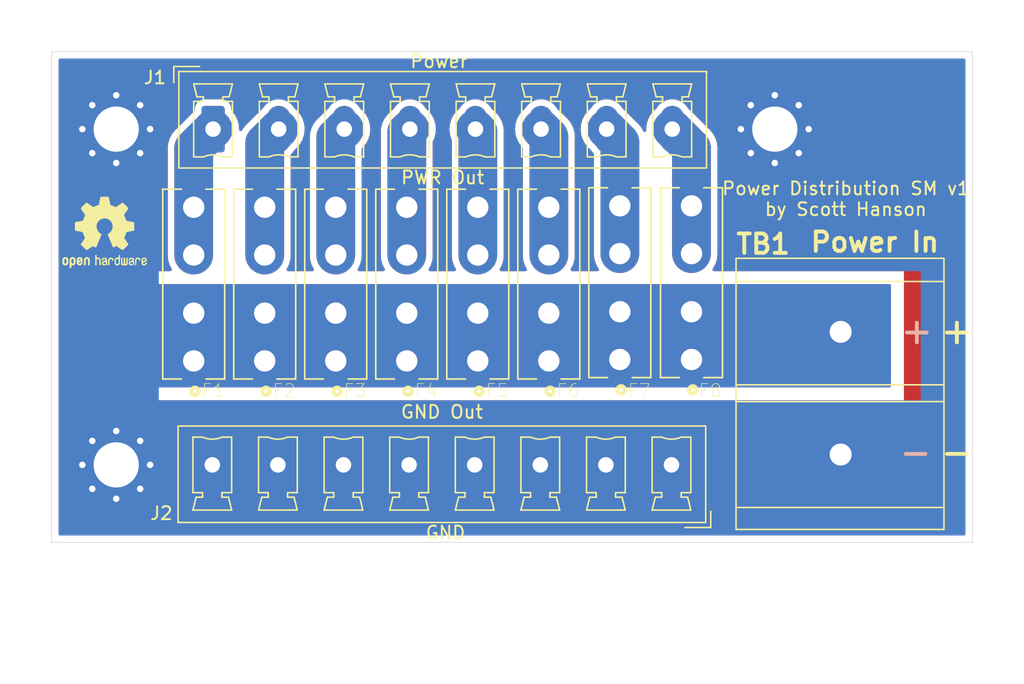
<source format=kicad_pcb>
(kicad_pcb (version 20171130) (host pcbnew "(5.1.9)-1")

  (general
    (thickness 1.6)
    (drawings 15)
    (tracks 32)
    (zones 0)
    (modules 15)
    (nets 11)
  )

  (page A4)
  (title_block
    (title "Power Distribution")
    (date 2021-03-06)
    (rev v1)
    (company "Scott Hanson")
  )

  (layers
    (0 F.Cu signal)
    (31 B.Cu signal)
    (32 B.Adhes user)
    (33 F.Adhes user)
    (34 B.Paste user)
    (35 F.Paste user)
    (36 B.SilkS user)
    (37 F.SilkS user)
    (38 B.Mask user)
    (39 F.Mask user)
    (40 Dwgs.User user)
    (41 Cmts.User user)
    (42 Eco1.User user)
    (43 Eco2.User user)
    (44 Edge.Cuts user)
    (45 Margin user)
    (46 B.CrtYd user)
    (47 F.CrtYd user)
    (48 B.Fab user)
    (49 F.Fab user)
  )

  (setup
    (last_trace_width 3)
    (trace_clearance 0.2)
    (zone_clearance 0.508)
    (zone_45_only no)
    (trace_min 0.2)
    (via_size 0.8)
    (via_drill 0.4)
    (via_min_size 0.4)
    (via_min_drill 0.3)
    (uvia_size 0.3)
    (uvia_drill 0.1)
    (uvias_allowed no)
    (uvia_min_size 0.2)
    (uvia_min_drill 0.1)
    (edge_width 0.05)
    (segment_width 0.2)
    (pcb_text_width 0.3)
    (pcb_text_size 1.5 1.5)
    (mod_edge_width 0.12)
    (mod_text_size 1 1)
    (mod_text_width 0.15)
    (pad_size 1.524 1.524)
    (pad_drill 0.762)
    (pad_to_mask_clearance 0)
    (aux_axis_origin 0 0)
    (visible_elements 7FFFFFFF)
    (pcbplotparams
      (layerselection 0x010fc_ffffffff)
      (usegerberextensions false)
      (usegerberattributes true)
      (usegerberadvancedattributes true)
      (creategerberjobfile true)
      (excludeedgelayer true)
      (linewidth 0.100000)
      (plotframeref false)
      (viasonmask false)
      (mode 1)
      (useauxorigin false)
      (hpglpennumber 1)
      (hpglpenspeed 20)
      (hpglpendiameter 15.000000)
      (psnegative false)
      (psa4output false)
      (plotreference true)
      (plotvalue true)
      (plotinvisibletext false)
      (padsonsilk false)
      (subtractmaskfromsilk false)
      (outputformat 1)
      (mirror false)
      (drillshape 0)
      (scaleselection 1)
      (outputdirectory "gerbers"))
  )

  (net 0 "")
  (net 1 GND)
  (net 2 +12V)
  (net 3 "Net-(F1-Pad2_1)")
  (net 4 "Net-(F2-Pad2_1)")
  (net 5 "Net-(F3-Pad2_1)")
  (net 6 "Net-(F4-Pad2_1)")
  (net 7 "Net-(F5-Pad2_1)")
  (net 8 "Net-(F6-Pad2_1)")
  (net 9 "Net-(F7-Pad2_1)")
  (net 10 "Net-(F8-Pad2_1)")

  (net_class Default "This is the default net class."
    (clearance 0.2)
    (trace_width 3)
    (via_dia 0.8)
    (via_drill 0.4)
    (uvia_dia 0.3)
    (uvia_drill 0.1)
    (add_net +12V)
    (add_net GND)
    (add_net "Net-(F1-Pad2_1)")
    (add_net "Net-(F2-Pad2_1)")
    (add_net "Net-(F3-Pad2_1)")
    (add_net "Net-(F4-Pad2_1)")
    (add_net "Net-(F5-Pad2_1)")
    (add_net "Net-(F6-Pad2_1)")
    (add_net "Net-(F7-Pad2_1)")
    (add_net "Net-(F8-Pad2_1)")
  )

  (module Symbol:OSHW-Logo2_7.3x6mm_SilkScreen (layer F.Cu) (tedit 0) (tstamp 6049D345)
    (at 95.1 93)
    (descr "Open Source Hardware Symbol")
    (tags "Logo Symbol OSHW")
    (attr virtual)
    (fp_text reference REF** (at 0 0) (layer F.SilkS) hide
      (effects (font (size 1 1) (thickness 0.15)))
    )
    (fp_text value OSHW-Logo2_7.3x6mm_SilkScreen (at 0.75 0) (layer F.Fab) hide
      (effects (font (size 1 1) (thickness 0.15)))
    )
    (fp_poly (pts (xy -2.400256 1.919918) (xy -2.344799 1.947568) (xy -2.295852 1.99848) (xy -2.282371 2.017338)
      (xy -2.267686 2.042015) (xy -2.258158 2.068816) (xy -2.252707 2.104587) (xy -2.250253 2.156169)
      (xy -2.249714 2.224267) (xy -2.252148 2.317588) (xy -2.260606 2.387657) (xy -2.276826 2.439931)
      (xy -2.302546 2.479869) (xy -2.339503 2.512929) (xy -2.342218 2.514886) (xy -2.37864 2.534908)
      (xy -2.422498 2.544815) (xy -2.478276 2.547257) (xy -2.568952 2.547257) (xy -2.56899 2.635283)
      (xy -2.569834 2.684308) (xy -2.574976 2.713065) (xy -2.588413 2.730311) (xy -2.614142 2.744808)
      (xy -2.620321 2.747769) (xy -2.649236 2.761648) (xy -2.671624 2.770414) (xy -2.688271 2.771171)
      (xy -2.699964 2.761023) (xy -2.70749 2.737073) (xy -2.711634 2.696426) (xy -2.713185 2.636186)
      (xy -2.712929 2.553455) (xy -2.711651 2.445339) (xy -2.711252 2.413) (xy -2.709815 2.301524)
      (xy -2.708528 2.228603) (xy -2.569029 2.228603) (xy -2.568245 2.290499) (xy -2.56476 2.330997)
      (xy -2.556876 2.357708) (xy -2.542895 2.378244) (xy -2.533403 2.38826) (xy -2.494596 2.417567)
      (xy -2.460237 2.419952) (xy -2.424784 2.39575) (xy -2.423886 2.394857) (xy -2.409461 2.376153)
      (xy -2.400687 2.350732) (xy -2.396261 2.311584) (xy -2.394882 2.251697) (xy -2.394857 2.23843)
      (xy -2.398188 2.155901) (xy -2.409031 2.098691) (xy -2.42866 2.063766) (xy -2.45835 2.048094)
      (xy -2.475509 2.046514) (xy -2.516234 2.053926) (xy -2.544168 2.07833) (xy -2.560983 2.12298)
      (xy -2.56835 2.19113) (xy -2.569029 2.228603) (xy -2.708528 2.228603) (xy -2.708292 2.215245)
      (xy -2.706323 2.150333) (xy -2.70355 2.102958) (xy -2.699612 2.06929) (xy -2.694151 2.045498)
      (xy -2.686808 2.027753) (xy -2.677223 2.012224) (xy -2.673113 2.006381) (xy -2.618595 1.951185)
      (xy -2.549664 1.91989) (xy -2.469928 1.911165) (xy -2.400256 1.919918)) (layer F.SilkS) (width 0.01))
    (fp_poly (pts (xy -1.283907 1.92778) (xy -1.237328 1.954723) (xy -1.204943 1.981466) (xy -1.181258 2.009484)
      (xy -1.164941 2.043748) (xy -1.154661 2.089227) (xy -1.149086 2.150892) (xy -1.146884 2.233711)
      (xy -1.146629 2.293246) (xy -1.146629 2.512391) (xy -1.208314 2.540044) (xy -1.27 2.567697)
      (xy -1.277257 2.32767) (xy -1.280256 2.238028) (xy -1.283402 2.172962) (xy -1.287299 2.128026)
      (xy -1.292553 2.09877) (xy -1.299769 2.080748) (xy -1.30955 2.069511) (xy -1.312688 2.067079)
      (xy -1.360239 2.048083) (xy -1.408303 2.0556) (xy -1.436914 2.075543) (xy -1.448553 2.089675)
      (xy -1.456609 2.10822) (xy -1.461729 2.136334) (xy -1.464559 2.179173) (xy -1.465744 2.241895)
      (xy -1.465943 2.307261) (xy -1.465982 2.389268) (xy -1.467386 2.447316) (xy -1.472086 2.486465)
      (xy -1.482013 2.51178) (xy -1.499097 2.528323) (xy -1.525268 2.541156) (xy -1.560225 2.554491)
      (xy -1.598404 2.569007) (xy -1.593859 2.311389) (xy -1.592029 2.218519) (xy -1.589888 2.149889)
      (xy -1.586819 2.100711) (xy -1.582206 2.066198) (xy -1.575432 2.041562) (xy -1.565881 2.022016)
      (xy -1.554366 2.00477) (xy -1.49881 1.94968) (xy -1.43102 1.917822) (xy -1.357287 1.910191)
      (xy -1.283907 1.92778)) (layer F.SilkS) (width 0.01))
    (fp_poly (pts (xy -2.958885 1.921962) (xy -2.890855 1.957733) (xy -2.840649 2.015301) (xy -2.822815 2.052312)
      (xy -2.808937 2.107882) (xy -2.801833 2.178096) (xy -2.80116 2.254727) (xy -2.806573 2.329552)
      (xy -2.81773 2.394342) (xy -2.834286 2.440873) (xy -2.839374 2.448887) (xy -2.899645 2.508707)
      (xy -2.971231 2.544535) (xy -3.048908 2.55502) (xy -3.127452 2.53881) (xy -3.149311 2.529092)
      (xy -3.191878 2.499143) (xy -3.229237 2.459433) (xy -3.232768 2.454397) (xy -3.247119 2.430124)
      (xy -3.256606 2.404178) (xy -3.26221 2.370022) (xy -3.264914 2.321119) (xy -3.265701 2.250935)
      (xy -3.265714 2.2352) (xy -3.265678 2.230192) (xy -3.120571 2.230192) (xy -3.119727 2.29643)
      (xy -3.116404 2.340386) (xy -3.109417 2.368779) (xy -3.097584 2.388325) (xy -3.091543 2.394857)
      (xy -3.056814 2.41968) (xy -3.023097 2.418548) (xy -2.989005 2.397016) (xy -2.968671 2.374029)
      (xy -2.956629 2.340478) (xy -2.949866 2.287569) (xy -2.949402 2.281399) (xy -2.948248 2.185513)
      (xy -2.960312 2.114299) (xy -2.98543 2.068194) (xy -3.02344 2.047635) (xy -3.037008 2.046514)
      (xy -3.072636 2.052152) (xy -3.097006 2.071686) (xy -3.111907 2.109042) (xy -3.119125 2.16815)
      (xy -3.120571 2.230192) (xy -3.265678 2.230192) (xy -3.265174 2.160413) (xy -3.262904 2.108159)
      (xy -3.257932 2.071949) (xy -3.249287 2.045299) (xy -3.235995 2.021722) (xy -3.233057 2.017338)
      (xy -3.183687 1.958249) (xy -3.129891 1.923947) (xy -3.064398 1.910331) (xy -3.042158 1.909665)
      (xy -2.958885 1.921962)) (layer F.SilkS) (width 0.01))
    (fp_poly (pts (xy -1.831697 1.931239) (xy -1.774473 1.969735) (xy -1.730251 2.025335) (xy -1.703833 2.096086)
      (xy -1.69849 2.148162) (xy -1.699097 2.169893) (xy -1.704178 2.186531) (xy -1.718145 2.201437)
      (xy -1.745411 2.217973) (xy -1.790388 2.239498) (xy -1.857489 2.269374) (xy -1.857829 2.269524)
      (xy -1.919593 2.297813) (xy -1.970241 2.322933) (xy -2.004596 2.342179) (xy -2.017482 2.352848)
      (xy -2.017486 2.352934) (xy -2.006128 2.376166) (xy -1.979569 2.401774) (xy -1.949077 2.420221)
      (xy -1.93363 2.423886) (xy -1.891485 2.411212) (xy -1.855192 2.379471) (xy -1.837483 2.344572)
      (xy -1.820448 2.318845) (xy -1.787078 2.289546) (xy -1.747851 2.264235) (xy -1.713244 2.250471)
      (xy -1.706007 2.249714) (xy -1.697861 2.26216) (xy -1.69737 2.293972) (xy -1.703357 2.336866)
      (xy -1.714643 2.382558) (xy -1.73005 2.422761) (xy -1.730829 2.424322) (xy -1.777196 2.489062)
      (xy -1.837289 2.533097) (xy -1.905535 2.554711) (xy -1.976362 2.552185) (xy -2.044196 2.523804)
      (xy -2.047212 2.521808) (xy -2.100573 2.473448) (xy -2.13566 2.410352) (xy -2.155078 2.327387)
      (xy -2.157684 2.304078) (xy -2.162299 2.194055) (xy -2.156767 2.142748) (xy -2.017486 2.142748)
      (xy -2.015676 2.174753) (xy -2.005778 2.184093) (xy -1.981102 2.177105) (xy -1.942205 2.160587)
      (xy -1.898725 2.139881) (xy -1.897644 2.139333) (xy -1.860791 2.119949) (xy -1.846 2.107013)
      (xy -1.849647 2.093451) (xy -1.865005 2.075632) (xy -1.904077 2.049845) (xy -1.946154 2.04795)
      (xy -1.983897 2.066717) (xy -2.009966 2.102915) (xy -2.017486 2.142748) (xy -2.156767 2.142748)
      (xy -2.152806 2.106027) (xy -2.12845 2.036212) (xy -2.094544 1.987302) (xy -2.033347 1.937878)
      (xy -1.965937 1.913359) (xy -1.89712 1.911797) (xy -1.831697 1.931239)) (layer F.SilkS) (width 0.01))
    (fp_poly (pts (xy -0.624114 1.851289) (xy -0.619861 1.910613) (xy -0.614975 1.945572) (xy -0.608205 1.96082)
      (xy -0.598298 1.961015) (xy -0.595086 1.959195) (xy -0.552356 1.946015) (xy -0.496773 1.946785)
      (xy -0.440263 1.960333) (xy -0.404918 1.977861) (xy -0.368679 2.005861) (xy -0.342187 2.037549)
      (xy -0.324001 2.077813) (xy -0.312678 2.131543) (xy -0.306778 2.203626) (xy -0.304857 2.298951)
      (xy -0.304823 2.317237) (xy -0.3048 2.522646) (xy -0.350509 2.53858) (xy -0.382973 2.54942)
      (xy -0.400785 2.554468) (xy -0.401309 2.554514) (xy -0.403063 2.540828) (xy -0.404556 2.503076)
      (xy -0.405674 2.446224) (xy -0.406303 2.375234) (xy -0.4064 2.332073) (xy -0.406602 2.246973)
      (xy -0.407642 2.185981) (xy -0.410169 2.144177) (xy -0.414836 2.116642) (xy -0.422293 2.098456)
      (xy -0.433189 2.084698) (xy -0.439993 2.078073) (xy -0.486728 2.051375) (xy -0.537728 2.049375)
      (xy -0.583999 2.071955) (xy -0.592556 2.080107) (xy -0.605107 2.095436) (xy -0.613812 2.113618)
      (xy -0.619369 2.139909) (xy -0.622474 2.179562) (xy -0.623824 2.237832) (xy -0.624114 2.318173)
      (xy -0.624114 2.522646) (xy -0.669823 2.53858) (xy -0.702287 2.54942) (xy -0.720099 2.554468)
      (xy -0.720623 2.554514) (xy -0.721963 2.540623) (xy -0.723172 2.501439) (xy -0.724199 2.4407)
      (xy -0.724998 2.362141) (xy -0.725519 2.269498) (xy -0.725714 2.166509) (xy -0.725714 1.769342)
      (xy -0.678543 1.749444) (xy -0.631371 1.729547) (xy -0.624114 1.851289)) (layer F.SilkS) (width 0.01))
    (fp_poly (pts (xy 0.039744 1.950968) (xy 0.096616 1.972087) (xy 0.097267 1.972493) (xy 0.13244 1.99838)
      (xy 0.158407 2.028633) (xy 0.17667 2.068058) (xy 0.188732 2.121462) (xy 0.196096 2.193651)
      (xy 0.200264 2.289432) (xy 0.200629 2.303078) (xy 0.205876 2.508842) (xy 0.161716 2.531678)
      (xy 0.129763 2.54711) (xy 0.11047 2.554423) (xy 0.109578 2.554514) (xy 0.106239 2.541022)
      (xy 0.103587 2.504626) (xy 0.101956 2.451452) (xy 0.1016 2.408393) (xy 0.101592 2.338641)
      (xy 0.098403 2.294837) (xy 0.087288 2.273944) (xy 0.063501 2.272925) (xy 0.022296 2.288741)
      (xy -0.039914 2.317815) (xy -0.085659 2.341963) (xy -0.109187 2.362913) (xy -0.116104 2.385747)
      (xy -0.116114 2.386877) (xy -0.104701 2.426212) (xy -0.070908 2.447462) (xy -0.019191 2.450539)
      (xy 0.018061 2.450006) (xy 0.037703 2.460735) (xy 0.049952 2.486505) (xy 0.057002 2.519337)
      (xy 0.046842 2.537966) (xy 0.043017 2.540632) (xy 0.007001 2.55134) (xy -0.043434 2.552856)
      (xy -0.095374 2.545759) (xy -0.132178 2.532788) (xy -0.183062 2.489585) (xy -0.211986 2.429446)
      (xy -0.217714 2.382462) (xy -0.213343 2.340082) (xy -0.197525 2.305488) (xy -0.166203 2.274763)
      (xy -0.115322 2.24399) (xy -0.040824 2.209252) (xy -0.036286 2.207288) (xy 0.030821 2.176287)
      (xy 0.072232 2.150862) (xy 0.089981 2.128014) (xy 0.086107 2.104745) (xy 0.062643 2.078056)
      (xy 0.055627 2.071914) (xy 0.00863 2.0481) (xy -0.040067 2.049103) (xy -0.082478 2.072451)
      (xy -0.110616 2.115675) (xy -0.113231 2.12416) (xy -0.138692 2.165308) (xy -0.170999 2.185128)
      (xy -0.217714 2.20477) (xy -0.217714 2.15395) (xy -0.203504 2.080082) (xy -0.161325 2.012327)
      (xy -0.139376 1.989661) (xy -0.089483 1.960569) (xy -0.026033 1.9474) (xy 0.039744 1.950968)) (layer F.SilkS) (width 0.01))
    (fp_poly (pts (xy 0.529926 1.949755) (xy 0.595858 1.974084) (xy 0.649273 2.017117) (xy 0.670164 2.047409)
      (xy 0.692939 2.102994) (xy 0.692466 2.143186) (xy 0.668562 2.170217) (xy 0.659717 2.174813)
      (xy 0.62153 2.189144) (xy 0.602028 2.185472) (xy 0.595422 2.161407) (xy 0.595086 2.148114)
      (xy 0.582992 2.09921) (xy 0.551471 2.064999) (xy 0.507659 2.048476) (xy 0.458695 2.052634)
      (xy 0.418894 2.074227) (xy 0.40545 2.086544) (xy 0.395921 2.101487) (xy 0.389485 2.124075)
      (xy 0.385317 2.159328) (xy 0.382597 2.212266) (xy 0.380502 2.287907) (xy 0.37996 2.311857)
      (xy 0.377981 2.39379) (xy 0.375731 2.451455) (xy 0.372357 2.489608) (xy 0.367006 2.513004)
      (xy 0.358824 2.526398) (xy 0.346959 2.534545) (xy 0.339362 2.538144) (xy 0.307102 2.550452)
      (xy 0.288111 2.554514) (xy 0.281836 2.540948) (xy 0.278006 2.499934) (xy 0.2766 2.430999)
      (xy 0.277598 2.333669) (xy 0.277908 2.318657) (xy 0.280101 2.229859) (xy 0.282693 2.165019)
      (xy 0.286382 2.119067) (xy 0.291864 2.086935) (xy 0.299835 2.063553) (xy 0.310993 2.043852)
      (xy 0.31683 2.03541) (xy 0.350296 1.998057) (xy 0.387727 1.969003) (xy 0.392309 1.966467)
      (xy 0.459426 1.946443) (xy 0.529926 1.949755)) (layer F.SilkS) (width 0.01))
    (fp_poly (pts (xy 1.190117 2.065358) (xy 1.189933 2.173837) (xy 1.189219 2.257287) (xy 1.187675 2.319704)
      (xy 1.185001 2.365085) (xy 1.180894 2.397429) (xy 1.175055 2.420733) (xy 1.167182 2.438995)
      (xy 1.161221 2.449418) (xy 1.111855 2.505945) (xy 1.049264 2.541377) (xy 0.980013 2.55409)
      (xy 0.910668 2.542463) (xy 0.869375 2.521568) (xy 0.826025 2.485422) (xy 0.796481 2.441276)
      (xy 0.778655 2.383462) (xy 0.770463 2.306313) (xy 0.769302 2.249714) (xy 0.769458 2.245647)
      (xy 0.870857 2.245647) (xy 0.871476 2.31055) (xy 0.874314 2.353514) (xy 0.88084 2.381622)
      (xy 0.892523 2.401953) (xy 0.906483 2.417288) (xy 0.953365 2.44689) (xy 1.003701 2.449419)
      (xy 1.051276 2.424705) (xy 1.054979 2.421356) (xy 1.070783 2.403935) (xy 1.080693 2.383209)
      (xy 1.086058 2.352362) (xy 1.088228 2.304577) (xy 1.088571 2.251748) (xy 1.087827 2.185381)
      (xy 1.084748 2.141106) (xy 1.078061 2.112009) (xy 1.066496 2.091173) (xy 1.057013 2.080107)
      (xy 1.01296 2.052198) (xy 0.962224 2.048843) (xy 0.913796 2.070159) (xy 0.90445 2.078073)
      (xy 0.88854 2.095647) (xy 0.87861 2.116587) (xy 0.873278 2.147782) (xy 0.871163 2.196122)
      (xy 0.870857 2.245647) (xy 0.769458 2.245647) (xy 0.77281 2.158568) (xy 0.784726 2.090086)
      (xy 0.807135 2.0386) (xy 0.842124 1.998443) (xy 0.869375 1.977861) (xy 0.918907 1.955625)
      (xy 0.976316 1.945304) (xy 1.029682 1.948067) (xy 1.059543 1.959212) (xy 1.071261 1.962383)
      (xy 1.079037 1.950557) (xy 1.084465 1.918866) (xy 1.088571 1.870593) (xy 1.093067 1.816829)
      (xy 1.099313 1.784482) (xy 1.110676 1.765985) (xy 1.130528 1.75377) (xy 1.143 1.748362)
      (xy 1.190171 1.728601) (xy 1.190117 2.065358)) (layer F.SilkS) (width 0.01))
    (fp_poly (pts (xy 1.779833 1.958663) (xy 1.782048 1.99685) (xy 1.783784 2.054886) (xy 1.784899 2.12818)
      (xy 1.785257 2.205055) (xy 1.785257 2.465196) (xy 1.739326 2.511127) (xy 1.707675 2.539429)
      (xy 1.67989 2.550893) (xy 1.641915 2.550168) (xy 1.62684 2.548321) (xy 1.579726 2.542948)
      (xy 1.540756 2.539869) (xy 1.531257 2.539585) (xy 1.499233 2.541445) (xy 1.453432 2.546114)
      (xy 1.435674 2.548321) (xy 1.392057 2.551735) (xy 1.362745 2.54432) (xy 1.33368 2.521427)
      (xy 1.323188 2.511127) (xy 1.277257 2.465196) (xy 1.277257 1.978602) (xy 1.314226 1.961758)
      (xy 1.346059 1.949282) (xy 1.364683 1.944914) (xy 1.369458 1.958718) (xy 1.373921 1.997286)
      (xy 1.377775 2.056356) (xy 1.380722 2.131663) (xy 1.382143 2.195286) (xy 1.386114 2.445657)
      (xy 1.420759 2.450556) (xy 1.452268 2.447131) (xy 1.467708 2.436041) (xy 1.472023 2.415308)
      (xy 1.475708 2.371145) (xy 1.478469 2.309146) (xy 1.480012 2.234909) (xy 1.480235 2.196706)
      (xy 1.480457 1.976783) (xy 1.526166 1.960849) (xy 1.558518 1.950015) (xy 1.576115 1.944962)
      (xy 1.576623 1.944914) (xy 1.578388 1.958648) (xy 1.580329 1.99673) (xy 1.582282 2.054482)
      (xy 1.584084 2.127227) (xy 1.585343 2.195286) (xy 1.589314 2.445657) (xy 1.6764 2.445657)
      (xy 1.680396 2.21724) (xy 1.684392 1.988822) (xy 1.726847 1.966868) (xy 1.758192 1.951793)
      (xy 1.776744 1.944951) (xy 1.777279 1.944914) (xy 1.779833 1.958663)) (layer F.SilkS) (width 0.01))
    (fp_poly (pts (xy 2.144876 1.956335) (xy 2.186667 1.975344) (xy 2.219469 1.998378) (xy 2.243503 2.024133)
      (xy 2.260097 2.057358) (xy 2.270577 2.1028) (xy 2.276271 2.165207) (xy 2.278507 2.249327)
      (xy 2.278743 2.304721) (xy 2.278743 2.520826) (xy 2.241774 2.53767) (xy 2.212656 2.549981)
      (xy 2.198231 2.554514) (xy 2.195472 2.541025) (xy 2.193282 2.504653) (xy 2.191942 2.451542)
      (xy 2.191657 2.409372) (xy 2.190434 2.348447) (xy 2.187136 2.300115) (xy 2.182321 2.270518)
      (xy 2.178496 2.264229) (xy 2.152783 2.270652) (xy 2.112418 2.287125) (xy 2.065679 2.309458)
      (xy 2.020845 2.333457) (xy 1.986193 2.35493) (xy 1.970002 2.369685) (xy 1.969938 2.369845)
      (xy 1.97133 2.397152) (xy 1.983818 2.423219) (xy 2.005743 2.444392) (xy 2.037743 2.451474)
      (xy 2.065092 2.450649) (xy 2.103826 2.450042) (xy 2.124158 2.459116) (xy 2.136369 2.483092)
      (xy 2.137909 2.487613) (xy 2.143203 2.521806) (xy 2.129047 2.542568) (xy 2.092148 2.552462)
      (xy 2.052289 2.554292) (xy 1.980562 2.540727) (xy 1.943432 2.521355) (xy 1.897576 2.475845)
      (xy 1.873256 2.419983) (xy 1.871073 2.360957) (xy 1.891629 2.305953) (xy 1.922549 2.271486)
      (xy 1.95342 2.252189) (xy 2.001942 2.227759) (xy 2.058485 2.202985) (xy 2.06791 2.199199)
      (xy 2.130019 2.171791) (xy 2.165822 2.147634) (xy 2.177337 2.123619) (xy 2.16658 2.096635)
      (xy 2.148114 2.075543) (xy 2.104469 2.049572) (xy 2.056446 2.047624) (xy 2.012406 2.067637)
      (xy 1.980709 2.107551) (xy 1.976549 2.117848) (xy 1.952327 2.155724) (xy 1.916965 2.183842)
      (xy 1.872343 2.206917) (xy 1.872343 2.141485) (xy 1.874969 2.101506) (xy 1.88623 2.069997)
      (xy 1.911199 2.036378) (xy 1.935169 2.010484) (xy 1.972441 1.973817) (xy 2.001401 1.954121)
      (xy 2.032505 1.94622) (xy 2.067713 1.944914) (xy 2.144876 1.956335)) (layer F.SilkS) (width 0.01))
    (fp_poly (pts (xy 2.6526 1.958752) (xy 2.669948 1.966334) (xy 2.711356 1.999128) (xy 2.746765 2.046547)
      (xy 2.768664 2.097151) (xy 2.772229 2.122098) (xy 2.760279 2.156927) (xy 2.734067 2.175357)
      (xy 2.705964 2.186516) (xy 2.693095 2.188572) (xy 2.686829 2.173649) (xy 2.674456 2.141175)
      (xy 2.669028 2.126502) (xy 2.63859 2.075744) (xy 2.59452 2.050427) (xy 2.53801 2.051206)
      (xy 2.533825 2.052203) (xy 2.503655 2.066507) (xy 2.481476 2.094393) (xy 2.466327 2.139287)
      (xy 2.45725 2.204615) (xy 2.453286 2.293804) (xy 2.452914 2.341261) (xy 2.45273 2.416071)
      (xy 2.451522 2.467069) (xy 2.448309 2.499471) (xy 2.442109 2.518495) (xy 2.43194 2.529356)
      (xy 2.416819 2.537272) (xy 2.415946 2.53767) (xy 2.386828 2.549981) (xy 2.372403 2.554514)
      (xy 2.370186 2.540809) (xy 2.368289 2.502925) (xy 2.366847 2.445715) (xy 2.365998 2.374027)
      (xy 2.365829 2.321565) (xy 2.366692 2.220047) (xy 2.37007 2.143032) (xy 2.377142 2.086023)
      (xy 2.389088 2.044526) (xy 2.40709 2.014043) (xy 2.432327 1.99008) (xy 2.457247 1.973355)
      (xy 2.517171 1.951097) (xy 2.586911 1.946076) (xy 2.6526 1.958752)) (layer F.SilkS) (width 0.01))
    (fp_poly (pts (xy 3.153595 1.966966) (xy 3.211021 2.004497) (xy 3.238719 2.038096) (xy 3.260662 2.099064)
      (xy 3.262405 2.147308) (xy 3.258457 2.211816) (xy 3.109686 2.276934) (xy 3.037349 2.310202)
      (xy 2.990084 2.336964) (xy 2.965507 2.360144) (xy 2.961237 2.382667) (xy 2.974889 2.407455)
      (xy 2.989943 2.423886) (xy 3.033746 2.450235) (xy 3.081389 2.452081) (xy 3.125145 2.431546)
      (xy 3.157289 2.390752) (xy 3.163038 2.376347) (xy 3.190576 2.331356) (xy 3.222258 2.312182)
      (xy 3.265714 2.295779) (xy 3.265714 2.357966) (xy 3.261872 2.400283) (xy 3.246823 2.435969)
      (xy 3.21528 2.476943) (xy 3.210592 2.482267) (xy 3.175506 2.51872) (xy 3.145347 2.538283)
      (xy 3.107615 2.547283) (xy 3.076335 2.55023) (xy 3.020385 2.550965) (xy 2.980555 2.54166)
      (xy 2.955708 2.527846) (xy 2.916656 2.497467) (xy 2.889625 2.464613) (xy 2.872517 2.423294)
      (xy 2.863238 2.367521) (xy 2.859693 2.291305) (xy 2.85941 2.252622) (xy 2.860372 2.206247)
      (xy 2.948007 2.206247) (xy 2.949023 2.231126) (xy 2.951556 2.2352) (xy 2.968274 2.229665)
      (xy 3.004249 2.215017) (xy 3.052331 2.19419) (xy 3.062386 2.189714) (xy 3.123152 2.158814)
      (xy 3.156632 2.131657) (xy 3.16399 2.10622) (xy 3.146391 2.080481) (xy 3.131856 2.069109)
      (xy 3.07941 2.046364) (xy 3.030322 2.050122) (xy 2.989227 2.077884) (xy 2.960758 2.127152)
      (xy 2.951631 2.166257) (xy 2.948007 2.206247) (xy 2.860372 2.206247) (xy 2.861285 2.162249)
      (xy 2.868196 2.095384) (xy 2.881884 2.046695) (xy 2.904096 2.010849) (xy 2.936574 1.982513)
      (xy 2.950733 1.973355) (xy 3.015053 1.949507) (xy 3.085473 1.948006) (xy 3.153595 1.966966)) (layer F.SilkS) (width 0.01))
    (fp_poly (pts (xy 0.10391 -2.757652) (xy 0.182454 -2.757222) (xy 0.239298 -2.756058) (xy 0.278105 -2.753793)
      (xy 0.302538 -2.75006) (xy 0.316262 -2.744494) (xy 0.32294 -2.736727) (xy 0.326236 -2.726395)
      (xy 0.326556 -2.725057) (xy 0.331562 -2.700921) (xy 0.340829 -2.653299) (xy 0.353392 -2.587259)
      (xy 0.368287 -2.507872) (xy 0.384551 -2.420204) (xy 0.385119 -2.417125) (xy 0.40141 -2.331211)
      (xy 0.416652 -2.255304) (xy 0.429861 -2.193955) (xy 0.440054 -2.151718) (xy 0.446248 -2.133145)
      (xy 0.446543 -2.132816) (xy 0.464788 -2.123747) (xy 0.502405 -2.108633) (xy 0.551271 -2.090738)
      (xy 0.551543 -2.090642) (xy 0.613093 -2.067507) (xy 0.685657 -2.038035) (xy 0.754057 -2.008403)
      (xy 0.757294 -2.006938) (xy 0.868702 -1.956374) (xy 1.115399 -2.12484) (xy 1.191077 -2.176197)
      (xy 1.259631 -2.222111) (xy 1.317088 -2.25997) (xy 1.359476 -2.287163) (xy 1.382825 -2.301079)
      (xy 1.385042 -2.302111) (xy 1.40201 -2.297516) (xy 1.433701 -2.275345) (xy 1.481352 -2.234553)
      (xy 1.546198 -2.174095) (xy 1.612397 -2.109773) (xy 1.676214 -2.046388) (xy 1.733329 -1.988549)
      (xy 1.780305 -1.939825) (xy 1.813703 -1.90379) (xy 1.830085 -1.884016) (xy 1.830694 -1.882998)
      (xy 1.832505 -1.869428) (xy 1.825683 -1.847267) (xy 1.80854 -1.813522) (xy 1.779393 -1.7652)
      (xy 1.736555 -1.699308) (xy 1.679448 -1.614483) (xy 1.628766 -1.539823) (xy 1.583461 -1.47286)
      (xy 1.54615 -1.417484) (xy 1.519452 -1.37758) (xy 1.505985 -1.357038) (xy 1.505137 -1.355644)
      (xy 1.506781 -1.335962) (xy 1.519245 -1.297707) (xy 1.540048 -1.248111) (xy 1.547462 -1.232272)
      (xy 1.579814 -1.16171) (xy 1.614328 -1.081647) (xy 1.642365 -1.012371) (xy 1.662568 -0.960955)
      (xy 1.678615 -0.921881) (xy 1.687888 -0.901459) (xy 1.689041 -0.899886) (xy 1.706096 -0.897279)
      (xy 1.746298 -0.890137) (xy 1.804302 -0.879477) (xy 1.874763 -0.866315) (xy 1.952335 -0.851667)
      (xy 2.031672 -0.836551) (xy 2.107431 -0.821982) (xy 2.174264 -0.808978) (xy 2.226828 -0.798555)
      (xy 2.259776 -0.79173) (xy 2.267857 -0.789801) (xy 2.276205 -0.785038) (xy 2.282506 -0.774282)
      (xy 2.287045 -0.753902) (xy 2.290104 -0.720266) (xy 2.291967 -0.669745) (xy 2.292918 -0.598708)
      (xy 2.29324 -0.503524) (xy 2.293257 -0.464508) (xy 2.293257 -0.147201) (xy 2.217057 -0.132161)
      (xy 2.174663 -0.124005) (xy 2.1114 -0.112101) (xy 2.034962 -0.097884) (xy 1.953043 -0.08279)
      (xy 1.9304 -0.078645) (xy 1.854806 -0.063947) (xy 1.788953 -0.049495) (xy 1.738366 -0.036625)
      (xy 1.708574 -0.026678) (xy 1.703612 -0.023713) (xy 1.691426 -0.002717) (xy 1.673953 0.037967)
      (xy 1.654577 0.090322) (xy 1.650734 0.1016) (xy 1.625339 0.171523) (xy 1.593817 0.250418)
      (xy 1.562969 0.321266) (xy 1.562817 0.321595) (xy 1.511447 0.432733) (xy 1.680399 0.681253)
      (xy 1.849352 0.929772) (xy 1.632429 1.147058) (xy 1.566819 1.211726) (xy 1.506979 1.268733)
      (xy 1.456267 1.315033) (xy 1.418046 1.347584) (xy 1.395675 1.363343) (xy 1.392466 1.364343)
      (xy 1.373626 1.356469) (xy 1.33518 1.334578) (xy 1.28133 1.301267) (xy 1.216276 1.259131)
      (xy 1.14594 1.211943) (xy 1.074555 1.16381) (xy 1.010908 1.121928) (xy 0.959041 1.088871)
      (xy 0.922995 1.067218) (xy 0.906867 1.059543) (xy 0.887189 1.066037) (xy 0.849875 1.08315)
      (xy 0.802621 1.107326) (xy 0.797612 1.110013) (xy 0.733977 1.141927) (xy 0.690341 1.157579)
      (xy 0.663202 1.157745) (xy 0.649057 1.143204) (xy 0.648975 1.143) (xy 0.641905 1.125779)
      (xy 0.625042 1.084899) (xy 0.599695 1.023525) (xy 0.567171 0.944819) (xy 0.528778 0.851947)
      (xy 0.485822 0.748072) (xy 0.444222 0.647502) (xy 0.398504 0.536516) (xy 0.356526 0.433703)
      (xy 0.319548 0.342215) (xy 0.288827 0.265201) (xy 0.265622 0.205815) (xy 0.25119 0.167209)
      (xy 0.246743 0.1528) (xy 0.257896 0.136272) (xy 0.287069 0.10993) (xy 0.325971 0.080887)
      (xy 0.436757 -0.010961) (xy 0.523351 -0.116241) (xy 0.584716 -0.232734) (xy 0.619815 -0.358224)
      (xy 0.627608 -0.490493) (xy 0.621943 -0.551543) (xy 0.591078 -0.678205) (xy 0.53792 -0.790059)
      (xy 0.465767 -0.885999) (xy 0.377917 -0.964924) (xy 0.277665 -1.02573) (xy 0.16831 -1.067313)
      (xy 0.053147 -1.088572) (xy -0.064525 -1.088401) (xy -0.18141 -1.065699) (xy -0.294211 -1.019362)
      (xy -0.399631 -0.948287) (xy -0.443632 -0.908089) (xy -0.528021 -0.804871) (xy -0.586778 -0.692075)
      (xy -0.620296 -0.57299) (xy -0.628965 -0.450905) (xy -0.613177 -0.329107) (xy -0.573322 -0.210884)
      (xy -0.509793 -0.099525) (xy -0.422979 0.001684) (xy -0.325971 0.080887) (xy -0.285563 0.111162)
      (xy -0.257018 0.137219) (xy -0.246743 0.152825) (xy -0.252123 0.169843) (xy -0.267425 0.2105)
      (xy -0.291388 0.271642) (xy -0.322756 0.350119) (xy -0.360268 0.44278) (xy -0.402667 0.546472)
      (xy -0.444337 0.647526) (xy -0.49031 0.758607) (xy -0.532893 0.861541) (xy -0.570779 0.953165)
      (xy -0.60266 1.030316) (xy -0.627229 1.089831) (xy -0.64318 1.128544) (xy -0.64909 1.143)
      (xy -0.663052 1.157685) (xy -0.69006 1.157642) (xy -0.733587 1.142099) (xy -0.79711 1.110284)
      (xy -0.797612 1.110013) (xy -0.84544 1.085323) (xy -0.884103 1.067338) (xy -0.905905 1.059614)
      (xy -0.906867 1.059543) (xy -0.923279 1.067378) (xy -0.959513 1.089165) (xy -1.011526 1.122328)
      (xy -1.075275 1.164291) (xy -1.14594 1.211943) (xy -1.217884 1.260191) (xy -1.282726 1.302151)
      (xy -1.336265 1.335227) (xy -1.374303 1.356821) (xy -1.392467 1.364343) (xy -1.409192 1.354457)
      (xy -1.44282 1.326826) (xy -1.48999 1.284495) (xy -1.547342 1.230505) (xy -1.611516 1.167899)
      (xy -1.632503 1.146983) (xy -1.849501 0.929623) (xy -1.684332 0.68722) (xy -1.634136 0.612781)
      (xy -1.590081 0.545972) (xy -1.554638 0.490665) (xy -1.530281 0.450729) (xy -1.519478 0.430036)
      (xy -1.519162 0.428563) (xy -1.524857 0.409058) (xy -1.540174 0.369822) (xy -1.562463 0.31743)
      (xy -1.578107 0.282355) (xy -1.607359 0.215201) (xy -1.634906 0.147358) (xy -1.656263 0.090034)
      (xy -1.662065 0.072572) (xy -1.678548 0.025938) (xy -1.69466 -0.010095) (xy -1.70351 -0.023713)
      (xy -1.72304 -0.032048) (xy -1.765666 -0.043863) (xy -1.825855 -0.057819) (xy -1.898078 -0.072578)
      (xy -1.9304 -0.078645) (xy -2.012478 -0.093727) (xy -2.091205 -0.108331) (xy -2.158891 -0.12102)
      (xy -2.20784 -0.130358) (xy -2.217057 -0.132161) (xy -2.293257 -0.147201) (xy -2.293257 -0.464508)
      (xy -2.293086 -0.568846) (xy -2.292384 -0.647787) (xy -2.290866 -0.704962) (xy -2.288251 -0.744001)
      (xy -2.284254 -0.768535) (xy -2.278591 -0.782195) (xy -2.27098 -0.788611) (xy -2.267857 -0.789801)
      (xy -2.249022 -0.79402) (xy -2.207412 -0.802438) (xy -2.14837 -0.814039) (xy -2.077243 -0.827805)
      (xy -1.999375 -0.84272) (xy -1.920113 -0.857768) (xy -1.844802 -0.871931) (xy -1.778787 -0.884194)
      (xy -1.727413 -0.893539) (xy -1.696025 -0.89895) (xy -1.689041 -0.899886) (xy -1.682715 -0.912404)
      (xy -1.66871 -0.945754) (xy -1.649645 -0.993623) (xy -1.642366 -1.012371) (xy -1.613004 -1.084805)
      (xy -1.578429 -1.16483) (xy -1.547463 -1.232272) (xy -1.524677 -1.283841) (xy -1.509518 -1.326215)
      (xy -1.504458 -1.352166) (xy -1.505264 -1.355644) (xy -1.515959 -1.372064) (xy -1.54038 -1.408583)
      (xy -1.575905 -1.461313) (xy -1.619913 -1.526365) (xy -1.669783 -1.599849) (xy -1.679644 -1.614355)
      (xy -1.737508 -1.700296) (xy -1.780044 -1.765739) (xy -1.808946 -1.813696) (xy -1.82591 -1.84718)
      (xy -1.832633 -1.869205) (xy -1.83081 -1.882783) (xy -1.830764 -1.882869) (xy -1.816414 -1.900703)
      (xy -1.784677 -1.935183) (xy -1.73899 -1.982732) (xy -1.682796 -2.039778) (xy -1.619532 -2.102745)
      (xy -1.612398 -2.109773) (xy -1.53267 -2.18698) (xy -1.471143 -2.24367) (xy -1.426579 -2.28089)
      (xy -1.397743 -2.299685) (xy -1.385042 -2.302111) (xy -1.366506 -2.291529) (xy -1.328039 -2.267084)
      (xy -1.273614 -2.231388) (xy -1.207202 -2.187053) (xy -1.132775 -2.136689) (xy -1.115399 -2.12484)
      (xy -0.868703 -1.956374) (xy -0.757294 -2.006938) (xy -0.689543 -2.036405) (xy -0.616817 -2.066041)
      (xy -0.554297 -2.08967) (xy -0.551543 -2.090642) (xy -0.50264 -2.108543) (xy -0.464943 -2.12368)
      (xy -0.446575 -2.13279) (xy -0.446544 -2.132816) (xy -0.440715 -2.149283) (xy -0.430808 -2.189781)
      (xy -0.417805 -2.249758) (xy -0.402691 -2.32466) (xy -0.386448 -2.409936) (xy -0.385119 -2.417125)
      (xy -0.368825 -2.504986) (xy -0.353867 -2.58474) (xy -0.341209 -2.651319) (xy -0.331814 -2.699653)
      (xy -0.326646 -2.724675) (xy -0.326556 -2.725057) (xy -0.323411 -2.735701) (xy -0.317296 -2.743738)
      (xy -0.304547 -2.749533) (xy -0.2815 -2.753453) (xy -0.244491 -2.755865) (xy -0.189856 -2.757135)
      (xy -0.113933 -2.757629) (xy -0.013056 -2.757714) (xy 0 -2.757714) (xy 0.10391 -2.757652)) (layer F.SilkS) (width 0.01))
  )

  (module 3544-2:FUSE_3544-2 (layer F.Cu) (tedit 0) (tstamp 6044BCD7)
    (at 140.55 96.89 90)
    (path /60480683)
    (fp_text reference F8 (at -8.36 1.45 180) (layer F.SilkS)
      (effects (font (size 1 1) (thickness 0.05)))
    )
    (fp_text value 3544-2_SM (at -4.445 3.175 90) (layer F.Fab)
      (effects (font (size 1 1) (thickness 0.05)))
    )
    (fp_line (start -7.6 2.65) (end -7.6 -2.65) (layer Eco1.User) (width 0.05))
    (fp_line (start 7.6 2.65) (end -7.6 2.65) (layer Eco1.User) (width 0.05))
    (fp_line (start 7.6 -2.65) (end 7.6 2.65) (layer Eco1.User) (width 0.05))
    (fp_line (start -7.6 -2.65) (end 7.6 -2.65) (layer Eco1.User) (width 0.05))
    (fp_circle (center -8.3 0.1) (end -8.15858 0.1) (layer Eco2.User) (width 0.3))
    (fp_circle (center -8.3 0.1) (end -8.15858 0.1) (layer F.SilkS) (width 0.3))
    (fp_line (start 7.35 -2.4) (end 7.35 -0.95) (layer F.SilkS) (width 0.127))
    (fp_line (start 7.35 0.95) (end 7.35 2.4) (layer F.SilkS) (width 0.127))
    (fp_line (start -7.35 0.95) (end -7.35 2.4) (layer F.SilkS) (width 0.127))
    (fp_line (start -7.35 -2.4) (end -7.35 -0.95) (layer F.SilkS) (width 0.127))
    (fp_line (start 7.35 2.4) (end -7.35 2.4) (layer F.SilkS) (width 0.127))
    (fp_line (start -7.35 -2.4) (end 7.35 -2.4) (layer F.SilkS) (width 0.127))
    (fp_line (start -7.35 2.4) (end -7.35 -2.4) (layer Eco2.User) (width 0.127))
    (fp_line (start 7.35 2.4) (end -7.35 2.4) (layer Eco2.User) (width 0.127))
    (fp_line (start 7.35 -2.4) (end 7.35 2.4) (layer Eco2.User) (width 0.127))
    (fp_line (start -7.35 -2.4) (end 7.35 -2.4) (layer Eco2.User) (width 0.127))
    (pad 2_2 thru_hole circle (at 5.95 0 90) (size 2.475 2.475) (drill 1.65) (layers *.Cu *.Mask)
      (net 10 "Net-(F8-Pad2_1)"))
    (pad 1_1 thru_hole circle (at -5.95 0 90) (size 2.475 2.475) (drill 1.65) (layers *.Cu *.Mask)
      (net 2 +12V))
    (pad 2_1 thru_hole circle (at 2.25 0 90) (size 2.475 2.475) (drill 1.65) (layers *.Cu *.Mask)
      (net 10 "Net-(F8-Pad2_1)"))
    (pad 1_2 thru_hole circle (at -2.25 0 90) (size 2.475 2.475) (drill 1.65) (layers *.Cu *.Mask)
      (net 2 +12V))
    (model "${GIT_MODELS}/Mini Blade Fuse Holder.step"
      (offset (xyz 0 -2.4 0))
      (scale (xyz 1 1 1))
      (rotate (xyz 0 0 0))
    )
    (model "${GIT_MODELS}/MINI Blade Type.step"
      (offset (xyz 0 0 10.5))
      (scale (xyz 1 1 1))
      (rotate (xyz 90 0 0))
    )
  )

  (module 3544-2:FUSE_3544-2 (layer F.Cu) (tedit 0) (tstamp 6044BCBF)
    (at 135 96.89 90)
    (path /6048025E)
    (fp_text reference F7 (at -8.36 1.5 180) (layer F.SilkS)
      (effects (font (size 1 1) (thickness 0.05)))
    )
    (fp_text value 3544-2_SM (at -4.445 3.175 90) (layer F.Fab)
      (effects (font (size 1 1) (thickness 0.05)))
    )
    (fp_line (start -7.6 2.65) (end -7.6 -2.65) (layer Eco1.User) (width 0.05))
    (fp_line (start 7.6 2.65) (end -7.6 2.65) (layer Eco1.User) (width 0.05))
    (fp_line (start 7.6 -2.65) (end 7.6 2.65) (layer Eco1.User) (width 0.05))
    (fp_line (start -7.6 -2.65) (end 7.6 -2.65) (layer Eco1.User) (width 0.05))
    (fp_circle (center -8.3 0.1) (end -8.15858 0.1) (layer Eco2.User) (width 0.3))
    (fp_circle (center -8.3 0.1) (end -8.15858 0.1) (layer F.SilkS) (width 0.3))
    (fp_line (start 7.35 -2.4) (end 7.35 -0.95) (layer F.SilkS) (width 0.127))
    (fp_line (start 7.35 0.95) (end 7.35 2.4) (layer F.SilkS) (width 0.127))
    (fp_line (start -7.35 0.95) (end -7.35 2.4) (layer F.SilkS) (width 0.127))
    (fp_line (start -7.35 -2.4) (end -7.35 -0.95) (layer F.SilkS) (width 0.127))
    (fp_line (start 7.35 2.4) (end -7.35 2.4) (layer F.SilkS) (width 0.127))
    (fp_line (start -7.35 -2.4) (end 7.35 -2.4) (layer F.SilkS) (width 0.127))
    (fp_line (start -7.35 2.4) (end -7.35 -2.4) (layer Eco2.User) (width 0.127))
    (fp_line (start 7.35 2.4) (end -7.35 2.4) (layer Eco2.User) (width 0.127))
    (fp_line (start 7.35 -2.4) (end 7.35 2.4) (layer Eco2.User) (width 0.127))
    (fp_line (start -7.35 -2.4) (end 7.35 -2.4) (layer Eco2.User) (width 0.127))
    (pad 2_2 thru_hole circle (at 5.95 0 90) (size 2.475 2.475) (drill 1.65) (layers *.Cu *.Mask)
      (net 9 "Net-(F7-Pad2_1)"))
    (pad 1_1 thru_hole circle (at -5.95 0 90) (size 2.475 2.475) (drill 1.65) (layers *.Cu *.Mask)
      (net 2 +12V))
    (pad 2_1 thru_hole circle (at 2.25 0 90) (size 2.475 2.475) (drill 1.65) (layers *.Cu *.Mask)
      (net 9 "Net-(F7-Pad2_1)"))
    (pad 1_2 thru_hole circle (at -2.25 0 90) (size 2.475 2.475) (drill 1.65) (layers *.Cu *.Mask)
      (net 2 +12V))
    (model "${GIT_MODELS}/Mini Blade Fuse Holder.step"
      (offset (xyz 0 -2.4 0))
      (scale (xyz 1 1 1))
      (rotate (xyz 0 0 0))
    )
    (model "${GIT_MODELS}/MINI Blade Type.step"
      (offset (xyz 0 0 10.5))
      (scale (xyz 1 1 1))
      (rotate (xyz 90 0 0))
    )
  )

  (module 3544-2:FUSE_3544-2 (layer F.Cu) (tedit 0) (tstamp 6044BCA7)
    (at 129.5 97 90)
    (path /6047FF55)
    (fp_text reference F6 (at -8.25 1.5 180) (layer F.SilkS)
      (effects (font (size 1 1) (thickness 0.05)))
    )
    (fp_text value 3544-2_SM (at -4.445 3.175 90) (layer F.Fab)
      (effects (font (size 1 1) (thickness 0.05)))
    )
    (fp_line (start -7.6 2.65) (end -7.6 -2.65) (layer Eco1.User) (width 0.05))
    (fp_line (start 7.6 2.65) (end -7.6 2.65) (layer Eco1.User) (width 0.05))
    (fp_line (start 7.6 -2.65) (end 7.6 2.65) (layer Eco1.User) (width 0.05))
    (fp_line (start -7.6 -2.65) (end 7.6 -2.65) (layer Eco1.User) (width 0.05))
    (fp_circle (center -8.3 0.1) (end -8.15858 0.1) (layer Eco2.User) (width 0.3))
    (fp_circle (center -8.3 0.1) (end -8.15858 0.1) (layer F.SilkS) (width 0.3))
    (fp_line (start 7.35 -2.4) (end 7.35 -0.95) (layer F.SilkS) (width 0.127))
    (fp_line (start 7.35 0.95) (end 7.35 2.4) (layer F.SilkS) (width 0.127))
    (fp_line (start -7.35 0.95) (end -7.35 2.4) (layer F.SilkS) (width 0.127))
    (fp_line (start -7.35 -2.4) (end -7.35 -0.95) (layer F.SilkS) (width 0.127))
    (fp_line (start 7.35 2.4) (end -7.35 2.4) (layer F.SilkS) (width 0.127))
    (fp_line (start -7.35 -2.4) (end 7.35 -2.4) (layer F.SilkS) (width 0.127))
    (fp_line (start -7.35 2.4) (end -7.35 -2.4) (layer Eco2.User) (width 0.127))
    (fp_line (start 7.35 2.4) (end -7.35 2.4) (layer Eco2.User) (width 0.127))
    (fp_line (start 7.35 -2.4) (end 7.35 2.4) (layer Eco2.User) (width 0.127))
    (fp_line (start -7.35 -2.4) (end 7.35 -2.4) (layer Eco2.User) (width 0.127))
    (pad 2_2 thru_hole circle (at 5.95 0 90) (size 2.475 2.475) (drill 1.65) (layers *.Cu *.Mask)
      (net 8 "Net-(F6-Pad2_1)"))
    (pad 1_1 thru_hole circle (at -5.95 0 90) (size 2.475 2.475) (drill 1.65) (layers *.Cu *.Mask)
      (net 2 +12V))
    (pad 2_1 thru_hole circle (at 2.25 0 90) (size 2.475 2.475) (drill 1.65) (layers *.Cu *.Mask)
      (net 8 "Net-(F6-Pad2_1)"))
    (pad 1_2 thru_hole circle (at -2.25 0 90) (size 2.475 2.475) (drill 1.65) (layers *.Cu *.Mask)
      (net 2 +12V))
    (model "${GIT_MODELS}/Mini Blade Fuse Holder.step"
      (offset (xyz 0 -2.4 0))
      (scale (xyz 1 1 1))
      (rotate (xyz 0 0 0))
    )
    (model "${GIT_MODELS}/MINI Blade Type.step"
      (offset (xyz 0 0 10.5))
      (scale (xyz 1 1 1))
      (rotate (xyz 90 0 0))
    )
  )

  (module 3544-2:FUSE_3544-2 (layer F.Cu) (tedit 0) (tstamp 6044BC8F)
    (at 124 97 90)
    (path /6047FC5A)
    (fp_text reference F5 (at -8.25 1.5 180) (layer F.SilkS)
      (effects (font (size 1 1) (thickness 0.05)))
    )
    (fp_text value 3544-2_SM (at -4.445 3.175 90) (layer F.Fab)
      (effects (font (size 1 1) (thickness 0.05)))
    )
    (fp_line (start -7.6 2.65) (end -7.6 -2.65) (layer Eco1.User) (width 0.05))
    (fp_line (start 7.6 2.65) (end -7.6 2.65) (layer Eco1.User) (width 0.05))
    (fp_line (start 7.6 -2.65) (end 7.6 2.65) (layer Eco1.User) (width 0.05))
    (fp_line (start -7.6 -2.65) (end 7.6 -2.65) (layer Eco1.User) (width 0.05))
    (fp_circle (center -8.3 0.1) (end -8.15858 0.1) (layer Eco2.User) (width 0.3))
    (fp_circle (center -8.3 0.1) (end -8.15858 0.1) (layer F.SilkS) (width 0.3))
    (fp_line (start 7.35 -2.4) (end 7.35 -0.95) (layer F.SilkS) (width 0.127))
    (fp_line (start 7.35 0.95) (end 7.35 2.4) (layer F.SilkS) (width 0.127))
    (fp_line (start -7.35 0.95) (end -7.35 2.4) (layer F.SilkS) (width 0.127))
    (fp_line (start -7.35 -2.4) (end -7.35 -0.95) (layer F.SilkS) (width 0.127))
    (fp_line (start 7.35 2.4) (end -7.35 2.4) (layer F.SilkS) (width 0.127))
    (fp_line (start -7.35 -2.4) (end 7.35 -2.4) (layer F.SilkS) (width 0.127))
    (fp_line (start -7.35 2.4) (end -7.35 -2.4) (layer Eco2.User) (width 0.127))
    (fp_line (start 7.35 2.4) (end -7.35 2.4) (layer Eco2.User) (width 0.127))
    (fp_line (start 7.35 -2.4) (end 7.35 2.4) (layer Eco2.User) (width 0.127))
    (fp_line (start -7.35 -2.4) (end 7.35 -2.4) (layer Eco2.User) (width 0.127))
    (pad 2_2 thru_hole circle (at 5.95 0 90) (size 2.475 2.475) (drill 1.65) (layers *.Cu *.Mask)
      (net 7 "Net-(F5-Pad2_1)"))
    (pad 1_1 thru_hole circle (at -5.95 0 90) (size 2.475 2.475) (drill 1.65) (layers *.Cu *.Mask)
      (net 2 +12V))
    (pad 2_1 thru_hole circle (at 2.25 0 90) (size 2.475 2.475) (drill 1.65) (layers *.Cu *.Mask)
      (net 7 "Net-(F5-Pad2_1)"))
    (pad 1_2 thru_hole circle (at -2.25 0 90) (size 2.475 2.475) (drill 1.65) (layers *.Cu *.Mask)
      (net 2 +12V))
    (model "${GIT_MODELS}/Mini Blade Fuse Holder.step"
      (offset (xyz 0 -2.4 0))
      (scale (xyz 1 1 1))
      (rotate (xyz 0 0 0))
    )
    (model "${GIT_MODELS}/MINI Blade Type.step"
      (offset (xyz 0 0 10.5))
      (scale (xyz 1 1 1))
      (rotate (xyz 90 0 0))
    )
  )

  (module 3544-2:FUSE_3544-2 (layer F.Cu) (tedit 0) (tstamp 6044BC77)
    (at 118.5 97 90)
    (path /6047F7DF)
    (fp_text reference F4 (at -8.25 1.5 180) (layer F.SilkS)
      (effects (font (size 1 1) (thickness 0.05)))
    )
    (fp_text value 3544-2_SM (at -4.445 3.175 90) (layer F.Fab)
      (effects (font (size 1 1) (thickness 0.05)))
    )
    (fp_line (start -7.6 2.65) (end -7.6 -2.65) (layer Eco1.User) (width 0.05))
    (fp_line (start 7.6 2.65) (end -7.6 2.65) (layer Eco1.User) (width 0.05))
    (fp_line (start 7.6 -2.65) (end 7.6 2.65) (layer Eco1.User) (width 0.05))
    (fp_line (start -7.6 -2.65) (end 7.6 -2.65) (layer Eco1.User) (width 0.05))
    (fp_circle (center -8.3 0.1) (end -8.15858 0.1) (layer Eco2.User) (width 0.3))
    (fp_circle (center -8.3 0.1) (end -8.15858 0.1) (layer F.SilkS) (width 0.3))
    (fp_line (start 7.35 -2.4) (end 7.35 -0.95) (layer F.SilkS) (width 0.127))
    (fp_line (start 7.35 0.95) (end 7.35 2.4) (layer F.SilkS) (width 0.127))
    (fp_line (start -7.35 0.95) (end -7.35 2.4) (layer F.SilkS) (width 0.127))
    (fp_line (start -7.35 -2.4) (end -7.35 -0.95) (layer F.SilkS) (width 0.127))
    (fp_line (start 7.35 2.4) (end -7.35 2.4) (layer F.SilkS) (width 0.127))
    (fp_line (start -7.35 -2.4) (end 7.35 -2.4) (layer F.SilkS) (width 0.127))
    (fp_line (start -7.35 2.4) (end -7.35 -2.4) (layer Eco2.User) (width 0.127))
    (fp_line (start 7.35 2.4) (end -7.35 2.4) (layer Eco2.User) (width 0.127))
    (fp_line (start 7.35 -2.4) (end 7.35 2.4) (layer Eco2.User) (width 0.127))
    (fp_line (start -7.35 -2.4) (end 7.35 -2.4) (layer Eco2.User) (width 0.127))
    (pad 2_2 thru_hole circle (at 5.95 0 90) (size 2.475 2.475) (drill 1.65) (layers *.Cu *.Mask)
      (net 6 "Net-(F4-Pad2_1)"))
    (pad 1_1 thru_hole circle (at -5.95 0 90) (size 2.475 2.475) (drill 1.65) (layers *.Cu *.Mask)
      (net 2 +12V))
    (pad 2_1 thru_hole circle (at 2.25 0 90) (size 2.475 2.475) (drill 1.65) (layers *.Cu *.Mask)
      (net 6 "Net-(F4-Pad2_1)"))
    (pad 1_2 thru_hole circle (at -2.25 0 90) (size 2.475 2.475) (drill 1.65) (layers *.Cu *.Mask)
      (net 2 +12V))
    (model "${GIT_MODELS}/Mini Blade Fuse Holder.step"
      (offset (xyz 0 -2.4 0))
      (scale (xyz 1 1 1))
      (rotate (xyz 0 0 0))
    )
    (model "${GIT_MODELS}/MINI Blade Type.step"
      (offset (xyz 0 0 10.5))
      (scale (xyz 1 1 1))
      (rotate (xyz 90 0 0))
    )
  )

  (module 3544-2:FUSE_3544-2 (layer F.Cu) (tedit 0) (tstamp 6044BC5F)
    (at 113 97 90)
    (path /6047F406)
    (fp_text reference F3 (at -8.25 1.5 180) (layer F.SilkS)
      (effects (font (size 1 1) (thickness 0.05)))
    )
    (fp_text value 3544-2_SM (at -4.445 3.175 90) (layer F.Fab)
      (effects (font (size 1 1) (thickness 0.05)))
    )
    (fp_line (start -7.6 2.65) (end -7.6 -2.65) (layer Eco1.User) (width 0.05))
    (fp_line (start 7.6 2.65) (end -7.6 2.65) (layer Eco1.User) (width 0.05))
    (fp_line (start 7.6 -2.65) (end 7.6 2.65) (layer Eco1.User) (width 0.05))
    (fp_line (start -7.6 -2.65) (end 7.6 -2.65) (layer Eco1.User) (width 0.05))
    (fp_circle (center -8.3 0.1) (end -8.15858 0.1) (layer Eco2.User) (width 0.3))
    (fp_circle (center -8.3 0.1) (end -8.15858 0.1) (layer F.SilkS) (width 0.3))
    (fp_line (start 7.35 -2.4) (end 7.35 -0.95) (layer F.SilkS) (width 0.127))
    (fp_line (start 7.35 0.95) (end 7.35 2.4) (layer F.SilkS) (width 0.127))
    (fp_line (start -7.35 0.95) (end -7.35 2.4) (layer F.SilkS) (width 0.127))
    (fp_line (start -7.35 -2.4) (end -7.35 -0.95) (layer F.SilkS) (width 0.127))
    (fp_line (start 7.35 2.4) (end -7.35 2.4) (layer F.SilkS) (width 0.127))
    (fp_line (start -7.35 -2.4) (end 7.35 -2.4) (layer F.SilkS) (width 0.127))
    (fp_line (start -7.35 2.4) (end -7.35 -2.4) (layer Eco2.User) (width 0.127))
    (fp_line (start 7.35 2.4) (end -7.35 2.4) (layer Eco2.User) (width 0.127))
    (fp_line (start 7.35 -2.4) (end 7.35 2.4) (layer Eco2.User) (width 0.127))
    (fp_line (start -7.35 -2.4) (end 7.35 -2.4) (layer Eco2.User) (width 0.127))
    (pad 2_2 thru_hole circle (at 5.95 0 90) (size 2.475 2.475) (drill 1.65) (layers *.Cu *.Mask)
      (net 5 "Net-(F3-Pad2_1)"))
    (pad 1_1 thru_hole circle (at -5.95 0 90) (size 2.475 2.475) (drill 1.65) (layers *.Cu *.Mask)
      (net 2 +12V))
    (pad 2_1 thru_hole circle (at 2.25 0 90) (size 2.475 2.475) (drill 1.65) (layers *.Cu *.Mask)
      (net 5 "Net-(F3-Pad2_1)"))
    (pad 1_2 thru_hole circle (at -2.25 0 90) (size 2.475 2.475) (drill 1.65) (layers *.Cu *.Mask)
      (net 2 +12V))
    (model "${GIT_MODELS}/Mini Blade Fuse Holder.step"
      (offset (xyz 0 -2.4 0))
      (scale (xyz 1 1 1))
      (rotate (xyz 0 0 0))
    )
    (model "${GIT_MODELS}/MINI Blade Type.step"
      (offset (xyz 0 0 10.5))
      (scale (xyz 1 1 1))
      (rotate (xyz 90 0 0))
    )
  )

  (module 3544-2:FUSE_3544-2 (layer F.Cu) (tedit 0) (tstamp 6044BC47)
    (at 107.5 97 90)
    (path /6047F0E7)
    (fp_text reference F2 (at -8.25 1.5 180) (layer F.SilkS)
      (effects (font (size 1 1) (thickness 0.05)))
    )
    (fp_text value 3544-2_SM (at -4.445 3.175 90) (layer F.Fab)
      (effects (font (size 1 1) (thickness 0.05)))
    )
    (fp_line (start -7.6 2.65) (end -7.6 -2.65) (layer Eco1.User) (width 0.05))
    (fp_line (start 7.6 2.65) (end -7.6 2.65) (layer Eco1.User) (width 0.05))
    (fp_line (start 7.6 -2.65) (end 7.6 2.65) (layer Eco1.User) (width 0.05))
    (fp_line (start -7.6 -2.65) (end 7.6 -2.65) (layer Eco1.User) (width 0.05))
    (fp_circle (center -8.3 0.1) (end -8.15858 0.1) (layer Eco2.User) (width 0.3))
    (fp_circle (center -8.3 0.1) (end -8.15858 0.1) (layer F.SilkS) (width 0.3))
    (fp_line (start 7.35 -2.4) (end 7.35 -0.95) (layer F.SilkS) (width 0.127))
    (fp_line (start 7.35 0.95) (end 7.35 2.4) (layer F.SilkS) (width 0.127))
    (fp_line (start -7.35 0.95) (end -7.35 2.4) (layer F.SilkS) (width 0.127))
    (fp_line (start -7.35 -2.4) (end -7.35 -0.95) (layer F.SilkS) (width 0.127))
    (fp_line (start 7.35 2.4) (end -7.35 2.4) (layer F.SilkS) (width 0.127))
    (fp_line (start -7.35 -2.4) (end 7.35 -2.4) (layer F.SilkS) (width 0.127))
    (fp_line (start -7.35 2.4) (end -7.35 -2.4) (layer Eco2.User) (width 0.127))
    (fp_line (start 7.35 2.4) (end -7.35 2.4) (layer Eco2.User) (width 0.127))
    (fp_line (start 7.35 -2.4) (end 7.35 2.4) (layer Eco2.User) (width 0.127))
    (fp_line (start -7.35 -2.4) (end 7.35 -2.4) (layer Eco2.User) (width 0.127))
    (pad 2_2 thru_hole circle (at 5.95 0 90) (size 2.475 2.475) (drill 1.65) (layers *.Cu *.Mask)
      (net 4 "Net-(F2-Pad2_1)"))
    (pad 1_1 thru_hole circle (at -5.95 0 90) (size 2.475 2.475) (drill 1.65) (layers *.Cu *.Mask)
      (net 2 +12V))
    (pad 2_1 thru_hole circle (at 2.25 0 90) (size 2.475 2.475) (drill 1.65) (layers *.Cu *.Mask)
      (net 4 "Net-(F2-Pad2_1)"))
    (pad 1_2 thru_hole circle (at -2.25 0 90) (size 2.475 2.475) (drill 1.65) (layers *.Cu *.Mask)
      (net 2 +12V))
    (model "${GIT_MODELS}/Mini Blade Fuse Holder.step"
      (offset (xyz 0 -2.4 0))
      (scale (xyz 1 1 1))
      (rotate (xyz 0 0 0))
    )
    (model "${GIT_MODELS}/MINI Blade Type.step"
      (offset (xyz 0 0 10.5))
      (scale (xyz 1 1 1))
      (rotate (xyz 90 0 0))
    )
  )

  (module 3544-2:FUSE_3544-2 (layer F.Cu) (tedit 0) (tstamp 6044BC2F)
    (at 102 97 90)
    (path /6047EAC6)
    (fp_text reference F1 (at -8.25 1.5 180) (layer F.SilkS)
      (effects (font (size 1 1) (thickness 0.05)))
    )
    (fp_text value 3544-2_SM (at -4.445 3.175 90) (layer F.Fab)
      (effects (font (size 1 1) (thickness 0.05)))
    )
    (fp_line (start -7.6 2.65) (end -7.6 -2.65) (layer Eco1.User) (width 0.05))
    (fp_line (start 7.6 2.65) (end -7.6 2.65) (layer Eco1.User) (width 0.05))
    (fp_line (start 7.6 -2.65) (end 7.6 2.65) (layer Eco1.User) (width 0.05))
    (fp_line (start -7.6 -2.65) (end 7.6 -2.65) (layer Eco1.User) (width 0.05))
    (fp_circle (center -8.3 0.1) (end -8.15858 0.1) (layer Eco2.User) (width 0.3))
    (fp_circle (center -8.3 0.1) (end -8.15858 0.1) (layer F.SilkS) (width 0.3))
    (fp_line (start 7.35 -2.4) (end 7.35 -0.95) (layer F.SilkS) (width 0.127))
    (fp_line (start 7.35 0.95) (end 7.35 2.4) (layer F.SilkS) (width 0.127))
    (fp_line (start -7.35 0.95) (end -7.35 2.4) (layer F.SilkS) (width 0.127))
    (fp_line (start -7.35 -2.4) (end -7.35 -0.95) (layer F.SilkS) (width 0.127))
    (fp_line (start 7.35 2.4) (end -7.35 2.4) (layer F.SilkS) (width 0.127))
    (fp_line (start -7.35 -2.4) (end 7.35 -2.4) (layer F.SilkS) (width 0.127))
    (fp_line (start -7.35 2.4) (end -7.35 -2.4) (layer Eco2.User) (width 0.127))
    (fp_line (start 7.35 2.4) (end -7.35 2.4) (layer Eco2.User) (width 0.127))
    (fp_line (start 7.35 -2.4) (end 7.35 2.4) (layer Eco2.User) (width 0.127))
    (fp_line (start -7.35 -2.4) (end 7.35 -2.4) (layer Eco2.User) (width 0.127))
    (pad 2_2 thru_hole circle (at 5.95 0 90) (size 2.475 2.475) (drill 1.65) (layers *.Cu *.Mask)
      (net 3 "Net-(F1-Pad2_1)"))
    (pad 1_1 thru_hole circle (at -5.95 0 90) (size 2.475 2.475) (drill 1.65) (layers *.Cu *.Mask)
      (net 2 +12V))
    (pad 2_1 thru_hole circle (at 2.25 0 90) (size 2.475 2.475) (drill 1.65) (layers *.Cu *.Mask)
      (net 3 "Net-(F1-Pad2_1)"))
    (pad 1_2 thru_hole circle (at -2.25 0 90) (size 2.475 2.475) (drill 1.65) (layers *.Cu *.Mask)
      (net 2 +12V))
    (model "${GIT_MODELS}/Mini Blade Fuse Holder.step"
      (offset (xyz 0 -2.4 0))
      (scale (xyz 1 1 1))
      (rotate (xyz 0 0 0))
    )
    (model "${GIT_MODELS}/MINI Blade Type.step"
      (offset (xyz 0 0 10.5))
      (scale (xyz 1 1 1))
      (rotate (xyz 90 0 0))
    )
  )

  (module Barrier_Blocks:BARRIER_BLOCK_1ROW_2POS_P9.5MM (layer F.Cu) (tedit 5E600039) (tstamp 6044DF4C)
    (at 144 95 270)
    (path /6044FA96)
    (fp_text reference TB1 (at -1.1 -2.1 180) (layer F.SilkS)
      (effects (font (size 1.5 1.5) (thickness 0.3)))
    )
    (fp_text value "Power In" (at -1.25 -10.75 180) (layer F.SilkS)
      (effects (font (size 1.5 1.5) (thickness 0.3)))
    )
    (fp_line (start 19.3 0) (end 19.3 -16.1) (layer F.SilkS) (width 0.12))
    (fp_line (start 11.1 0) (end 11.1 -16.1) (layer F.SilkS) (width 0.12))
    (fp_line (start 9.8 -16.1) (end 9.8 0) (layer F.SilkS) (width 0.12))
    (fp_line (start 1.8 0) (end 1.8 -16.1) (layer F.SilkS) (width 0.12))
    (fp_line (start 9.2 -8.6) (end 2.4 -8.6) (layer Dwgs.User) (width 0.12))
    (fp_line (start 9.2 -7.7) (end 2.4 -7.7) (layer Dwgs.User) (width 0.12))
    (fp_line (start 11.8 -7.7) (end 18.6 -7.7) (layer Dwgs.User) (width 0.12))
    (fp_line (start 11.8 -8.6) (end 18.6 -8.6) (layer Dwgs.User) (width 0.12))
    (fp_circle (center 15.2 -8.1) (end 18.7 -8.1) (layer Dwgs.User) (width 0.12))
    (fp_circle (center 5.8 -8.1) (end 9.301428 -8.1) (layer Dwgs.User) (width 0.12))
    (fp_line (start 0 0) (end 21 0) (layer F.SilkS) (width 0.12))
    (fp_line (start 21 0) (end 21 -16.1) (layer F.SilkS) (width 0.12))
    (fp_line (start 21 -16.1) (end 0 -16.1) (layer F.SilkS) (width 0.12))
    (fp_line (start 0 -16.1) (end 0 0) (layer F.SilkS) (width 0.12))
    (fp_text user ED2953-ND (at 6.7 -2.9 90) (layer F.Fab)
      (effects (font (size 1 1) (thickness 0.15)))
    )
    (pad 2 thru_hole circle (at 15.2 -8.1 270) (size 4 4) (drill 1.7) (layers *.Cu *.Mask)
      (net 1 GND))
    (pad 1 thru_hole rect (at 5.7 -8.1 270) (size 4 4) (drill 1.7) (layers *.Cu *.Mask)
      (net 2 +12V))
    (model "${GIT_MODELS}/2 PIN Screw Term.step"
      (at (xyz 0 0 0))
      (scale (xyz 1 1 1))
      (rotate (xyz 0 0 0))
    )
  )

  (module Connector_Phoenix_MC_HighVoltage:PhoenixContact_MCV_1,5_8-G-5.08_1x08_P5.08mm_Vertical (layer F.Cu) (tedit 5B784ED3) (tstamp 6044D644)
    (at 139 111 180)
    (descr "Generic Phoenix Contact connector footprint for: MCV_1,5/8-G-5.08; number of pins: 08; pin pitch: 5.08mm; Vertical || order number: 1836354 8A 320V")
    (tags "phoenix_contact connector MCV_01x08_G_5.08mm")
    (path /6044902B)
    (fp_text reference J2 (at 39.5 -3.75) (layer F.SilkS)
      (effects (font (size 1 1) (thickness 0.15)))
    )
    (fp_text value "GND Out" (at 17.78 4.1) (layer F.SilkS)
      (effects (font (size 1 1) (thickness 0.15)))
    )
    (fp_line (start -2.65 -4.46) (end -2.65 3.01) (layer F.SilkS) (width 0.12))
    (fp_line (start -2.65 3.01) (end 38.21 3.01) (layer F.SilkS) (width 0.12))
    (fp_line (start 38.21 3.01) (end 38.21 -4.46) (layer F.SilkS) (width 0.12))
    (fp_line (start 38.21 -4.46) (end -2.65 -4.46) (layer F.SilkS) (width 0.12))
    (fp_line (start -2.54 -4.35) (end -2.54 2.9) (layer F.Fab) (width 0.1))
    (fp_line (start -2.54 2.9) (end 38.1 2.9) (layer F.Fab) (width 0.1))
    (fp_line (start 38.1 2.9) (end 38.1 -4.35) (layer F.Fab) (width 0.1))
    (fp_line (start 38.1 -4.35) (end -2.54 -4.35) (layer F.Fab) (width 0.1))
    (fp_line (start -0.75 2.15) (end -1.5 2.15) (layer F.SilkS) (width 0.12))
    (fp_line (start -1.5 2.15) (end -1.5 -2.15) (layer F.SilkS) (width 0.12))
    (fp_line (start -1.5 -2.15) (end -0.75 -2.15) (layer F.SilkS) (width 0.12))
    (fp_line (start -0.75 -2.15) (end -0.75 -2.5) (layer F.SilkS) (width 0.12))
    (fp_line (start -0.75 -2.5) (end -1.25 -2.5) (layer F.SilkS) (width 0.12))
    (fp_line (start -1.25 -2.5) (end -1.5 -3.5) (layer F.SilkS) (width 0.12))
    (fp_line (start -1.5 -3.5) (end 1.5 -3.5) (layer F.SilkS) (width 0.12))
    (fp_line (start 1.5 -3.5) (end 1.25 -2.5) (layer F.SilkS) (width 0.12))
    (fp_line (start 1.25 -2.5) (end 0.75 -2.5) (layer F.SilkS) (width 0.12))
    (fp_line (start 0.75 -2.5) (end 0.75 -2.15) (layer F.SilkS) (width 0.12))
    (fp_line (start 0.75 -2.15) (end 1.5 -2.15) (layer F.SilkS) (width 0.12))
    (fp_line (start 1.5 -2.15) (end 1.5 2.15) (layer F.SilkS) (width 0.12))
    (fp_line (start 1.5 2.15) (end 0.75 2.15) (layer F.SilkS) (width 0.12))
    (fp_line (start 4.33 2.15) (end 3.58 2.15) (layer F.SilkS) (width 0.12))
    (fp_line (start 3.58 2.15) (end 3.58 -2.15) (layer F.SilkS) (width 0.12))
    (fp_line (start 3.58 -2.15) (end 4.33 -2.15) (layer F.SilkS) (width 0.12))
    (fp_line (start 4.33 -2.15) (end 4.33 -2.5) (layer F.SilkS) (width 0.12))
    (fp_line (start 4.33 -2.5) (end 3.83 -2.5) (layer F.SilkS) (width 0.12))
    (fp_line (start 3.83 -2.5) (end 3.58 -3.5) (layer F.SilkS) (width 0.12))
    (fp_line (start 3.58 -3.5) (end 6.58 -3.5) (layer F.SilkS) (width 0.12))
    (fp_line (start 6.58 -3.5) (end 6.33 -2.5) (layer F.SilkS) (width 0.12))
    (fp_line (start 6.33 -2.5) (end 5.83 -2.5) (layer F.SilkS) (width 0.12))
    (fp_line (start 5.83 -2.5) (end 5.83 -2.15) (layer F.SilkS) (width 0.12))
    (fp_line (start 5.83 -2.15) (end 6.58 -2.15) (layer F.SilkS) (width 0.12))
    (fp_line (start 6.58 -2.15) (end 6.58 2.15) (layer F.SilkS) (width 0.12))
    (fp_line (start 6.58 2.15) (end 5.83 2.15) (layer F.SilkS) (width 0.12))
    (fp_line (start 9.41 2.15) (end 8.66 2.15) (layer F.SilkS) (width 0.12))
    (fp_line (start 8.66 2.15) (end 8.66 -2.15) (layer F.SilkS) (width 0.12))
    (fp_line (start 8.66 -2.15) (end 9.41 -2.15) (layer F.SilkS) (width 0.12))
    (fp_line (start 9.41 -2.15) (end 9.41 -2.5) (layer F.SilkS) (width 0.12))
    (fp_line (start 9.41 -2.5) (end 8.91 -2.5) (layer F.SilkS) (width 0.12))
    (fp_line (start 8.91 -2.5) (end 8.66 -3.5) (layer F.SilkS) (width 0.12))
    (fp_line (start 8.66 -3.5) (end 11.66 -3.5) (layer F.SilkS) (width 0.12))
    (fp_line (start 11.66 -3.5) (end 11.41 -2.5) (layer F.SilkS) (width 0.12))
    (fp_line (start 11.41 -2.5) (end 10.91 -2.5) (layer F.SilkS) (width 0.12))
    (fp_line (start 10.91 -2.5) (end 10.91 -2.15) (layer F.SilkS) (width 0.12))
    (fp_line (start 10.91 -2.15) (end 11.66 -2.15) (layer F.SilkS) (width 0.12))
    (fp_line (start 11.66 -2.15) (end 11.66 2.15) (layer F.SilkS) (width 0.12))
    (fp_line (start 11.66 2.15) (end 10.91 2.15) (layer F.SilkS) (width 0.12))
    (fp_line (start 14.49 2.15) (end 13.74 2.15) (layer F.SilkS) (width 0.12))
    (fp_line (start 13.74 2.15) (end 13.74 -2.15) (layer F.SilkS) (width 0.12))
    (fp_line (start 13.74 -2.15) (end 14.49 -2.15) (layer F.SilkS) (width 0.12))
    (fp_line (start 14.49 -2.15) (end 14.49 -2.5) (layer F.SilkS) (width 0.12))
    (fp_line (start 14.49 -2.5) (end 13.99 -2.5) (layer F.SilkS) (width 0.12))
    (fp_line (start 13.99 -2.5) (end 13.74 -3.5) (layer F.SilkS) (width 0.12))
    (fp_line (start 13.74 -3.5) (end 16.74 -3.5) (layer F.SilkS) (width 0.12))
    (fp_line (start 16.74 -3.5) (end 16.49 -2.5) (layer F.SilkS) (width 0.12))
    (fp_line (start 16.49 -2.5) (end 15.99 -2.5) (layer F.SilkS) (width 0.12))
    (fp_line (start 15.99 -2.5) (end 15.99 -2.15) (layer F.SilkS) (width 0.12))
    (fp_line (start 15.99 -2.15) (end 16.74 -2.15) (layer F.SilkS) (width 0.12))
    (fp_line (start 16.74 -2.15) (end 16.74 2.15) (layer F.SilkS) (width 0.12))
    (fp_line (start 16.74 2.15) (end 15.99 2.15) (layer F.SilkS) (width 0.12))
    (fp_line (start 19.57 2.15) (end 18.82 2.15) (layer F.SilkS) (width 0.12))
    (fp_line (start 18.82 2.15) (end 18.82 -2.15) (layer F.SilkS) (width 0.12))
    (fp_line (start 18.82 -2.15) (end 19.57 -2.15) (layer F.SilkS) (width 0.12))
    (fp_line (start 19.57 -2.15) (end 19.57 -2.5) (layer F.SilkS) (width 0.12))
    (fp_line (start 19.57 -2.5) (end 19.07 -2.5) (layer F.SilkS) (width 0.12))
    (fp_line (start 19.07 -2.5) (end 18.82 -3.5) (layer F.SilkS) (width 0.12))
    (fp_line (start 18.82 -3.5) (end 21.82 -3.5) (layer F.SilkS) (width 0.12))
    (fp_line (start 21.82 -3.5) (end 21.57 -2.5) (layer F.SilkS) (width 0.12))
    (fp_line (start 21.57 -2.5) (end 21.07 -2.5) (layer F.SilkS) (width 0.12))
    (fp_line (start 21.07 -2.5) (end 21.07 -2.15) (layer F.SilkS) (width 0.12))
    (fp_line (start 21.07 -2.15) (end 21.82 -2.15) (layer F.SilkS) (width 0.12))
    (fp_line (start 21.82 -2.15) (end 21.82 2.15) (layer F.SilkS) (width 0.12))
    (fp_line (start 21.82 2.15) (end 21.07 2.15) (layer F.SilkS) (width 0.12))
    (fp_line (start 24.65 2.15) (end 23.9 2.15) (layer F.SilkS) (width 0.12))
    (fp_line (start 23.9 2.15) (end 23.9 -2.15) (layer F.SilkS) (width 0.12))
    (fp_line (start 23.9 -2.15) (end 24.65 -2.15) (layer F.SilkS) (width 0.12))
    (fp_line (start 24.65 -2.15) (end 24.65 -2.5) (layer F.SilkS) (width 0.12))
    (fp_line (start 24.65 -2.5) (end 24.15 -2.5) (layer F.SilkS) (width 0.12))
    (fp_line (start 24.15 -2.5) (end 23.9 -3.5) (layer F.SilkS) (width 0.12))
    (fp_line (start 23.9 -3.5) (end 26.9 -3.5) (layer F.SilkS) (width 0.12))
    (fp_line (start 26.9 -3.5) (end 26.65 -2.5) (layer F.SilkS) (width 0.12))
    (fp_line (start 26.65 -2.5) (end 26.15 -2.5) (layer F.SilkS) (width 0.12))
    (fp_line (start 26.15 -2.5) (end 26.15 -2.15) (layer F.SilkS) (width 0.12))
    (fp_line (start 26.15 -2.15) (end 26.9 -2.15) (layer F.SilkS) (width 0.12))
    (fp_line (start 26.9 -2.15) (end 26.9 2.15) (layer F.SilkS) (width 0.12))
    (fp_line (start 26.9 2.15) (end 26.15 2.15) (layer F.SilkS) (width 0.12))
    (fp_line (start 29.73 2.15) (end 28.98 2.15) (layer F.SilkS) (width 0.12))
    (fp_line (start 28.98 2.15) (end 28.98 -2.15) (layer F.SilkS) (width 0.12))
    (fp_line (start 28.98 -2.15) (end 29.73 -2.15) (layer F.SilkS) (width 0.12))
    (fp_line (start 29.73 -2.15) (end 29.73 -2.5) (layer F.SilkS) (width 0.12))
    (fp_line (start 29.73 -2.5) (end 29.23 -2.5) (layer F.SilkS) (width 0.12))
    (fp_line (start 29.23 -2.5) (end 28.98 -3.5) (layer F.SilkS) (width 0.12))
    (fp_line (start 28.98 -3.5) (end 31.98 -3.5) (layer F.SilkS) (width 0.12))
    (fp_line (start 31.98 -3.5) (end 31.73 -2.5) (layer F.SilkS) (width 0.12))
    (fp_line (start 31.73 -2.5) (end 31.23 -2.5) (layer F.SilkS) (width 0.12))
    (fp_line (start 31.23 -2.5) (end 31.23 -2.15) (layer F.SilkS) (width 0.12))
    (fp_line (start 31.23 -2.15) (end 31.98 -2.15) (layer F.SilkS) (width 0.12))
    (fp_line (start 31.98 -2.15) (end 31.98 2.15) (layer F.SilkS) (width 0.12))
    (fp_line (start 31.98 2.15) (end 31.23 2.15) (layer F.SilkS) (width 0.12))
    (fp_line (start 34.81 2.15) (end 34.06 2.15) (layer F.SilkS) (width 0.12))
    (fp_line (start 34.06 2.15) (end 34.06 -2.15) (layer F.SilkS) (width 0.12))
    (fp_line (start 34.06 -2.15) (end 34.81 -2.15) (layer F.SilkS) (width 0.12))
    (fp_line (start 34.81 -2.15) (end 34.81 -2.5) (layer F.SilkS) (width 0.12))
    (fp_line (start 34.81 -2.5) (end 34.31 -2.5) (layer F.SilkS) (width 0.12))
    (fp_line (start 34.31 -2.5) (end 34.06 -3.5) (layer F.SilkS) (width 0.12))
    (fp_line (start 34.06 -3.5) (end 37.06 -3.5) (layer F.SilkS) (width 0.12))
    (fp_line (start 37.06 -3.5) (end 36.81 -2.5) (layer F.SilkS) (width 0.12))
    (fp_line (start 36.81 -2.5) (end 36.31 -2.5) (layer F.SilkS) (width 0.12))
    (fp_line (start 36.31 -2.5) (end 36.31 -2.15) (layer F.SilkS) (width 0.12))
    (fp_line (start 36.31 -2.15) (end 37.06 -2.15) (layer F.SilkS) (width 0.12))
    (fp_line (start 37.06 -2.15) (end 37.06 2.15) (layer F.SilkS) (width 0.12))
    (fp_line (start 37.06 2.15) (end 36.31 2.15) (layer F.SilkS) (width 0.12))
    (fp_line (start -3.04 -4.85) (end -3.04 3.4) (layer F.CrtYd) (width 0.05))
    (fp_line (start -3.04 3.4) (end 38.6 3.4) (layer F.CrtYd) (width 0.05))
    (fp_line (start 38.6 3.4) (end 38.6 -4.85) (layer F.CrtYd) (width 0.05))
    (fp_line (start 38.6 -4.85) (end -3.04 -4.85) (layer F.CrtYd) (width 0.05))
    (fp_line (start -3.04 -3.6) (end -3.04 -4.85) (layer F.SilkS) (width 0.12))
    (fp_line (start -3.04 -4.85) (end -1.04 -4.85) (layer F.SilkS) (width 0.12))
    (fp_line (start -3.04 -3.6) (end -3.04 -4.85) (layer F.Fab) (width 0.1))
    (fp_line (start -3.04 -4.85) (end -1.04 -4.85) (layer F.Fab) (width 0.1))
    (fp_text user %R (at 17.78 -3.65) (layer F.Fab)
      (effects (font (size 1 1) (thickness 0.15)))
    )
    (fp_arc (start 35.56 3.85) (end 34.81 2.15) (angle 47.6) (layer F.SilkS) (width 0.12))
    (fp_arc (start 30.48 3.85) (end 29.73 2.15) (angle 47.6) (layer F.SilkS) (width 0.12))
    (fp_arc (start 25.4 3.85) (end 24.65 2.15) (angle 47.6) (layer F.SilkS) (width 0.12))
    (fp_arc (start 20.32 3.85) (end 19.57 2.15) (angle 47.6) (layer F.SilkS) (width 0.12))
    (fp_arc (start 15.24 3.85) (end 14.49 2.15) (angle 47.6) (layer F.SilkS) (width 0.12))
    (fp_arc (start 10.16 3.85) (end 9.41 2.15) (angle 47.6) (layer F.SilkS) (width 0.12))
    (fp_arc (start 5.08 3.85) (end 4.33 2.15) (angle 47.6) (layer F.SilkS) (width 0.12))
    (fp_arc (start 0 3.85) (end -0.75 2.15) (angle 47.6) (layer F.SilkS) (width 0.12))
    (pad 8 thru_hole oval (at 35.56 0 180) (size 1.8 3.6) (drill 1.2) (layers *.Cu *.Mask)
      (net 1 GND))
    (pad 7 thru_hole oval (at 30.48 0 180) (size 1.8 3.6) (drill 1.2) (layers *.Cu *.Mask)
      (net 1 GND))
    (pad 6 thru_hole oval (at 25.4 0 180) (size 1.8 3.6) (drill 1.2) (layers *.Cu *.Mask)
      (net 1 GND))
    (pad 5 thru_hole oval (at 20.32 0 180) (size 1.8 3.6) (drill 1.2) (layers *.Cu *.Mask)
      (net 1 GND))
    (pad 4 thru_hole oval (at 15.24 0 180) (size 1.8 3.6) (drill 1.2) (layers *.Cu *.Mask)
      (net 1 GND))
    (pad 3 thru_hole oval (at 10.16 0 180) (size 1.8 3.6) (drill 1.2) (layers *.Cu *.Mask)
      (net 1 GND))
    (pad 2 thru_hole oval (at 5.08 0 180) (size 1.8 3.6) (drill 1.2) (layers *.Cu *.Mask)
      (net 1 GND))
    (pad 1 thru_hole roundrect (at 0 0 180) (size 1.8 3.6) (drill 1.2) (layers *.Cu *.Mask) (roundrect_rratio 0.1388888888888889)
      (net 1 GND))
    (model ${KISYS3DMOD}/Connector_Phoenix_MC_HighVoltage.3dshapes/PhoenixContact_MCV_1,5_8-G-5.08_1x08_P5.08mm_Vertical.wrl
      (at (xyz 0 0 0))
      (scale (xyz 1 1 1))
      (rotate (xyz 0 0 0))
    )
  )

  (module Connector_Phoenix_MC_HighVoltage:PhoenixContact_MCV_1,5_8-G-5.08_1x08_P5.08mm_Vertical (layer F.Cu) (tedit 5B784ED3) (tstamp 6044B5CD)
    (at 103.5 85)
    (descr "Generic Phoenix Contact connector footprint for: MCV_1,5/8-G-5.08; number of pins: 08; pin pitch: 5.08mm; Vertical || order number: 1836354 8A 320V")
    (tags "phoenix_contact connector MCV_01x08_G_5.08mm")
    (path /6044779F)
    (fp_text reference J1 (at -4.5 -4) (layer F.SilkS)
      (effects (font (size 1 1) (thickness 0.15)))
    )
    (fp_text value "PWR Out" (at 17.78 3.75) (layer F.SilkS)
      (effects (font (size 1 1) (thickness 0.15)))
    )
    (fp_line (start -2.65 -4.46) (end -2.65 3.01) (layer F.SilkS) (width 0.12))
    (fp_line (start -2.65 3.01) (end 38.21 3.01) (layer F.SilkS) (width 0.12))
    (fp_line (start 38.21 3.01) (end 38.21 -4.46) (layer F.SilkS) (width 0.12))
    (fp_line (start 38.21 -4.46) (end -2.65 -4.46) (layer F.SilkS) (width 0.12))
    (fp_line (start -2.54 -4.35) (end -2.54 2.9) (layer F.Fab) (width 0.1))
    (fp_line (start -2.54 2.9) (end 38.1 2.9) (layer F.Fab) (width 0.1))
    (fp_line (start 38.1 2.9) (end 38.1 -4.35) (layer F.Fab) (width 0.1))
    (fp_line (start 38.1 -4.35) (end -2.54 -4.35) (layer F.Fab) (width 0.1))
    (fp_line (start -0.75 2.15) (end -1.5 2.15) (layer F.SilkS) (width 0.12))
    (fp_line (start -1.5 2.15) (end -1.5 -2.15) (layer F.SilkS) (width 0.12))
    (fp_line (start -1.5 -2.15) (end -0.75 -2.15) (layer F.SilkS) (width 0.12))
    (fp_line (start -0.75 -2.15) (end -0.75 -2.5) (layer F.SilkS) (width 0.12))
    (fp_line (start -0.75 -2.5) (end -1.25 -2.5) (layer F.SilkS) (width 0.12))
    (fp_line (start -1.25 -2.5) (end -1.5 -3.5) (layer F.SilkS) (width 0.12))
    (fp_line (start -1.5 -3.5) (end 1.5 -3.5) (layer F.SilkS) (width 0.12))
    (fp_line (start 1.5 -3.5) (end 1.25 -2.5) (layer F.SilkS) (width 0.12))
    (fp_line (start 1.25 -2.5) (end 0.75 -2.5) (layer F.SilkS) (width 0.12))
    (fp_line (start 0.75 -2.5) (end 0.75 -2.15) (layer F.SilkS) (width 0.12))
    (fp_line (start 0.75 -2.15) (end 1.5 -2.15) (layer F.SilkS) (width 0.12))
    (fp_line (start 1.5 -2.15) (end 1.5 2.15) (layer F.SilkS) (width 0.12))
    (fp_line (start 1.5 2.15) (end 0.75 2.15) (layer F.SilkS) (width 0.12))
    (fp_line (start 4.33 2.15) (end 3.58 2.15) (layer F.SilkS) (width 0.12))
    (fp_line (start 3.58 2.15) (end 3.58 -2.15) (layer F.SilkS) (width 0.12))
    (fp_line (start 3.58 -2.15) (end 4.33 -2.15) (layer F.SilkS) (width 0.12))
    (fp_line (start 4.33 -2.15) (end 4.33 -2.5) (layer F.SilkS) (width 0.12))
    (fp_line (start 4.33 -2.5) (end 3.83 -2.5) (layer F.SilkS) (width 0.12))
    (fp_line (start 3.83 -2.5) (end 3.58 -3.5) (layer F.SilkS) (width 0.12))
    (fp_line (start 3.58 -3.5) (end 6.58 -3.5) (layer F.SilkS) (width 0.12))
    (fp_line (start 6.58 -3.5) (end 6.33 -2.5) (layer F.SilkS) (width 0.12))
    (fp_line (start 6.33 -2.5) (end 5.83 -2.5) (layer F.SilkS) (width 0.12))
    (fp_line (start 5.83 -2.5) (end 5.83 -2.15) (layer F.SilkS) (width 0.12))
    (fp_line (start 5.83 -2.15) (end 6.58 -2.15) (layer F.SilkS) (width 0.12))
    (fp_line (start 6.58 -2.15) (end 6.58 2.15) (layer F.SilkS) (width 0.12))
    (fp_line (start 6.58 2.15) (end 5.83 2.15) (layer F.SilkS) (width 0.12))
    (fp_line (start 9.41 2.15) (end 8.66 2.15) (layer F.SilkS) (width 0.12))
    (fp_line (start 8.66 2.15) (end 8.66 -2.15) (layer F.SilkS) (width 0.12))
    (fp_line (start 8.66 -2.15) (end 9.41 -2.15) (layer F.SilkS) (width 0.12))
    (fp_line (start 9.41 -2.15) (end 9.41 -2.5) (layer F.SilkS) (width 0.12))
    (fp_line (start 9.41 -2.5) (end 8.91 -2.5) (layer F.SilkS) (width 0.12))
    (fp_line (start 8.91 -2.5) (end 8.66 -3.5) (layer F.SilkS) (width 0.12))
    (fp_line (start 8.66 -3.5) (end 11.66 -3.5) (layer F.SilkS) (width 0.12))
    (fp_line (start 11.66 -3.5) (end 11.41 -2.5) (layer F.SilkS) (width 0.12))
    (fp_line (start 11.41 -2.5) (end 10.91 -2.5) (layer F.SilkS) (width 0.12))
    (fp_line (start 10.91 -2.5) (end 10.91 -2.15) (layer F.SilkS) (width 0.12))
    (fp_line (start 10.91 -2.15) (end 11.66 -2.15) (layer F.SilkS) (width 0.12))
    (fp_line (start 11.66 -2.15) (end 11.66 2.15) (layer F.SilkS) (width 0.12))
    (fp_line (start 11.66 2.15) (end 10.91 2.15) (layer F.SilkS) (width 0.12))
    (fp_line (start 14.49 2.15) (end 13.74 2.15) (layer F.SilkS) (width 0.12))
    (fp_line (start 13.74 2.15) (end 13.74 -2.15) (layer F.SilkS) (width 0.12))
    (fp_line (start 13.74 -2.15) (end 14.49 -2.15) (layer F.SilkS) (width 0.12))
    (fp_line (start 14.49 -2.15) (end 14.49 -2.5) (layer F.SilkS) (width 0.12))
    (fp_line (start 14.49 -2.5) (end 13.99 -2.5) (layer F.SilkS) (width 0.12))
    (fp_line (start 13.99 -2.5) (end 13.74 -3.5) (layer F.SilkS) (width 0.12))
    (fp_line (start 13.74 -3.5) (end 16.74 -3.5) (layer F.SilkS) (width 0.12))
    (fp_line (start 16.74 -3.5) (end 16.49 -2.5) (layer F.SilkS) (width 0.12))
    (fp_line (start 16.49 -2.5) (end 15.99 -2.5) (layer F.SilkS) (width 0.12))
    (fp_line (start 15.99 -2.5) (end 15.99 -2.15) (layer F.SilkS) (width 0.12))
    (fp_line (start 15.99 -2.15) (end 16.74 -2.15) (layer F.SilkS) (width 0.12))
    (fp_line (start 16.74 -2.15) (end 16.74 2.15) (layer F.SilkS) (width 0.12))
    (fp_line (start 16.74 2.15) (end 15.99 2.15) (layer F.SilkS) (width 0.12))
    (fp_line (start 19.57 2.15) (end 18.82 2.15) (layer F.SilkS) (width 0.12))
    (fp_line (start 18.82 2.15) (end 18.82 -2.15) (layer F.SilkS) (width 0.12))
    (fp_line (start 18.82 -2.15) (end 19.57 -2.15) (layer F.SilkS) (width 0.12))
    (fp_line (start 19.57 -2.15) (end 19.57 -2.5) (layer F.SilkS) (width 0.12))
    (fp_line (start 19.57 -2.5) (end 19.07 -2.5) (layer F.SilkS) (width 0.12))
    (fp_line (start 19.07 -2.5) (end 18.82 -3.5) (layer F.SilkS) (width 0.12))
    (fp_line (start 18.82 -3.5) (end 21.82 -3.5) (layer F.SilkS) (width 0.12))
    (fp_line (start 21.82 -3.5) (end 21.57 -2.5) (layer F.SilkS) (width 0.12))
    (fp_line (start 21.57 -2.5) (end 21.07 -2.5) (layer F.SilkS) (width 0.12))
    (fp_line (start 21.07 -2.5) (end 21.07 -2.15) (layer F.SilkS) (width 0.12))
    (fp_line (start 21.07 -2.15) (end 21.82 -2.15) (layer F.SilkS) (width 0.12))
    (fp_line (start 21.82 -2.15) (end 21.82 2.15) (layer F.SilkS) (width 0.12))
    (fp_line (start 21.82 2.15) (end 21.07 2.15) (layer F.SilkS) (width 0.12))
    (fp_line (start 24.65 2.15) (end 23.9 2.15) (layer F.SilkS) (width 0.12))
    (fp_line (start 23.9 2.15) (end 23.9 -2.15) (layer F.SilkS) (width 0.12))
    (fp_line (start 23.9 -2.15) (end 24.65 -2.15) (layer F.SilkS) (width 0.12))
    (fp_line (start 24.65 -2.15) (end 24.65 -2.5) (layer F.SilkS) (width 0.12))
    (fp_line (start 24.65 -2.5) (end 24.15 -2.5) (layer F.SilkS) (width 0.12))
    (fp_line (start 24.15 -2.5) (end 23.9 -3.5) (layer F.SilkS) (width 0.12))
    (fp_line (start 23.9 -3.5) (end 26.9 -3.5) (layer F.SilkS) (width 0.12))
    (fp_line (start 26.9 -3.5) (end 26.65 -2.5) (layer F.SilkS) (width 0.12))
    (fp_line (start 26.65 -2.5) (end 26.15 -2.5) (layer F.SilkS) (width 0.12))
    (fp_line (start 26.15 -2.5) (end 26.15 -2.15) (layer F.SilkS) (width 0.12))
    (fp_line (start 26.15 -2.15) (end 26.9 -2.15) (layer F.SilkS) (width 0.12))
    (fp_line (start 26.9 -2.15) (end 26.9 2.15) (layer F.SilkS) (width 0.12))
    (fp_line (start 26.9 2.15) (end 26.15 2.15) (layer F.SilkS) (width 0.12))
    (fp_line (start 29.73 2.15) (end 28.98 2.15) (layer F.SilkS) (width 0.12))
    (fp_line (start 28.98 2.15) (end 28.98 -2.15) (layer F.SilkS) (width 0.12))
    (fp_line (start 28.98 -2.15) (end 29.73 -2.15) (layer F.SilkS) (width 0.12))
    (fp_line (start 29.73 -2.15) (end 29.73 -2.5) (layer F.SilkS) (width 0.12))
    (fp_line (start 29.73 -2.5) (end 29.23 -2.5) (layer F.SilkS) (width 0.12))
    (fp_line (start 29.23 -2.5) (end 28.98 -3.5) (layer F.SilkS) (width 0.12))
    (fp_line (start 28.98 -3.5) (end 31.98 -3.5) (layer F.SilkS) (width 0.12))
    (fp_line (start 31.98 -3.5) (end 31.73 -2.5) (layer F.SilkS) (width 0.12))
    (fp_line (start 31.73 -2.5) (end 31.23 -2.5) (layer F.SilkS) (width 0.12))
    (fp_line (start 31.23 -2.5) (end 31.23 -2.15) (layer F.SilkS) (width 0.12))
    (fp_line (start 31.23 -2.15) (end 31.98 -2.15) (layer F.SilkS) (width 0.12))
    (fp_line (start 31.98 -2.15) (end 31.98 2.15) (layer F.SilkS) (width 0.12))
    (fp_line (start 31.98 2.15) (end 31.23 2.15) (layer F.SilkS) (width 0.12))
    (fp_line (start 34.81 2.15) (end 34.06 2.15) (layer F.SilkS) (width 0.12))
    (fp_line (start 34.06 2.15) (end 34.06 -2.15) (layer F.SilkS) (width 0.12))
    (fp_line (start 34.06 -2.15) (end 34.81 -2.15) (layer F.SilkS) (width 0.12))
    (fp_line (start 34.81 -2.15) (end 34.81 -2.5) (layer F.SilkS) (width 0.12))
    (fp_line (start 34.81 -2.5) (end 34.31 -2.5) (layer F.SilkS) (width 0.12))
    (fp_line (start 34.31 -2.5) (end 34.06 -3.5) (layer F.SilkS) (width 0.12))
    (fp_line (start 34.06 -3.5) (end 37.06 -3.5) (layer F.SilkS) (width 0.12))
    (fp_line (start 37.06 -3.5) (end 36.81 -2.5) (layer F.SilkS) (width 0.12))
    (fp_line (start 36.81 -2.5) (end 36.31 -2.5) (layer F.SilkS) (width 0.12))
    (fp_line (start 36.31 -2.5) (end 36.31 -2.15) (layer F.SilkS) (width 0.12))
    (fp_line (start 36.31 -2.15) (end 37.06 -2.15) (layer F.SilkS) (width 0.12))
    (fp_line (start 37.06 -2.15) (end 37.06 2.15) (layer F.SilkS) (width 0.12))
    (fp_line (start 37.06 2.15) (end 36.31 2.15) (layer F.SilkS) (width 0.12))
    (fp_line (start -3.04 -4.85) (end -3.04 3.4) (layer F.CrtYd) (width 0.05))
    (fp_line (start -3.04 3.4) (end 38.6 3.4) (layer F.CrtYd) (width 0.05))
    (fp_line (start 38.6 3.4) (end 38.6 -4.85) (layer F.CrtYd) (width 0.05))
    (fp_line (start 38.6 -4.85) (end -3.04 -4.85) (layer F.CrtYd) (width 0.05))
    (fp_line (start -3.04 -3.6) (end -3.04 -4.85) (layer F.SilkS) (width 0.12))
    (fp_line (start -3.04 -4.85) (end -1.04 -4.85) (layer F.SilkS) (width 0.12))
    (fp_line (start -3.04 -3.6) (end -3.04 -4.85) (layer F.Fab) (width 0.1))
    (fp_line (start -3.04 -4.85) (end -1.04 -4.85) (layer F.Fab) (width 0.1))
    (fp_text user %R (at 17.78 -3.65) (layer F.Fab)
      (effects (font (size 1 1) (thickness 0.15)))
    )
    (fp_arc (start 35.56 3.85) (end 34.81 2.15) (angle 47.6) (layer F.SilkS) (width 0.12))
    (fp_arc (start 30.48 3.85) (end 29.73 2.15) (angle 47.6) (layer F.SilkS) (width 0.12))
    (fp_arc (start 25.4 3.85) (end 24.65 2.15) (angle 47.6) (layer F.SilkS) (width 0.12))
    (fp_arc (start 20.32 3.85) (end 19.57 2.15) (angle 47.6) (layer F.SilkS) (width 0.12))
    (fp_arc (start 15.24 3.85) (end 14.49 2.15) (angle 47.6) (layer F.SilkS) (width 0.12))
    (fp_arc (start 10.16 3.85) (end 9.41 2.15) (angle 47.6) (layer F.SilkS) (width 0.12))
    (fp_arc (start 5.08 3.85) (end 4.33 2.15) (angle 47.6) (layer F.SilkS) (width 0.12))
    (fp_arc (start 0 3.85) (end -0.75 2.15) (angle 47.6) (layer F.SilkS) (width 0.12))
    (pad 8 thru_hole oval (at 35.56 0) (size 1.8 3.6) (drill 1.2) (layers *.Cu *.Mask)
      (net 10 "Net-(F8-Pad2_1)"))
    (pad 7 thru_hole oval (at 30.48 0) (size 1.8 3.6) (drill 1.2) (layers *.Cu *.Mask)
      (net 9 "Net-(F7-Pad2_1)"))
    (pad 6 thru_hole oval (at 25.4 0) (size 1.8 3.6) (drill 1.2) (layers *.Cu *.Mask)
      (net 8 "Net-(F6-Pad2_1)"))
    (pad 5 thru_hole oval (at 20.32 0) (size 1.8 3.6) (drill 1.2) (layers *.Cu *.Mask)
      (net 7 "Net-(F5-Pad2_1)"))
    (pad 4 thru_hole oval (at 15.24 0) (size 1.8 3.6) (drill 1.2) (layers *.Cu *.Mask)
      (net 6 "Net-(F4-Pad2_1)"))
    (pad 3 thru_hole oval (at 10.16 0) (size 1.8 3.6) (drill 1.2) (layers *.Cu *.Mask)
      (net 5 "Net-(F3-Pad2_1)"))
    (pad 2 thru_hole oval (at 5.08 0) (size 1.8 3.6) (drill 1.2) (layers *.Cu *.Mask)
      (net 4 "Net-(F2-Pad2_1)"))
    (pad 1 thru_hole roundrect (at 0 0) (size 1.8 3.6) (drill 1.2) (layers *.Cu *.Mask) (roundrect_rratio 0.1388888888888889)
      (net 3 "Net-(F1-Pad2_1)"))
    (model ${KISYS3DMOD}/Connector_Phoenix_MC_HighVoltage.3dshapes/PhoenixContact_MCV_1,5_8-G-5.08_1x08_P5.08mm_Vertical.wrl
      (at (xyz 0 0 0))
      (scale (xyz 1 1 1))
      (rotate (xyz 0 0 0))
    )
  )

  (module MountingHole:MountingHole_3.5mm_Pad_Via (layer F.Cu) (tedit 56DDBDB4) (tstamp 6044B540)
    (at 96 85)
    (descr "Mounting Hole 3.5mm")
    (tags "mounting hole 3.5mm")
    (path /60459E96)
    (attr virtual)
    (fp_text reference H4 (at 0 -4.5) (layer F.Fab)
      (effects (font (size 1 1) (thickness 0.15)))
    )
    (fp_text value MountingHole_Pad (at 0 4.5) (layer F.Fab)
      (effects (font (size 1 1) (thickness 0.15)))
    )
    (fp_circle (center 0 0) (end 3.5 0) (layer Cmts.User) (width 0.15))
    (fp_circle (center 0 0) (end 3.75 0) (layer F.CrtYd) (width 0.05))
    (fp_text user %R (at 0.3 0) (layer F.Fab)
      (effects (font (size 1 1) (thickness 0.15)))
    )
    (pad 1 thru_hole circle (at 1.856155 -1.856155) (size 0.8 0.8) (drill 0.5) (layers *.Cu *.Mask)
      (net 1 GND))
    (pad 1 thru_hole circle (at 0 -2.625) (size 0.8 0.8) (drill 0.5) (layers *.Cu *.Mask)
      (net 1 GND))
    (pad 1 thru_hole circle (at -1.856155 -1.856155) (size 0.8 0.8) (drill 0.5) (layers *.Cu *.Mask)
      (net 1 GND))
    (pad 1 thru_hole circle (at -2.625 0) (size 0.8 0.8) (drill 0.5) (layers *.Cu *.Mask)
      (net 1 GND))
    (pad 1 thru_hole circle (at -1.856155 1.856155) (size 0.8 0.8) (drill 0.5) (layers *.Cu *.Mask)
      (net 1 GND))
    (pad 1 thru_hole circle (at 0 2.625) (size 0.8 0.8) (drill 0.5) (layers *.Cu *.Mask)
      (net 1 GND))
    (pad 1 thru_hole circle (at 1.856155 1.856155) (size 0.8 0.8) (drill 0.5) (layers *.Cu *.Mask)
      (net 1 GND))
    (pad 1 thru_hole circle (at 2.625 0) (size 0.8 0.8) (drill 0.5) (layers *.Cu *.Mask)
      (net 1 GND))
    (pad 1 thru_hole circle (at 0 0) (size 7 7) (drill 3.5) (layers *.Cu *.Mask)
      (net 1 GND))
  )

  (module MountingHole:MountingHole_3.5mm_Pad_Via (layer F.Cu) (tedit 56DDBDB4) (tstamp 6044DE52)
    (at 96 111)
    (descr "Mounting Hole 3.5mm")
    (tags "mounting hole 3.5mm")
    (path /60459BE4)
    (attr virtual)
    (fp_text reference H3 (at 0 -4.5) (layer F.Fab)
      (effects (font (size 1 1) (thickness 0.15)))
    )
    (fp_text value MountingHole_Pad (at 0 4.5) (layer F.Fab)
      (effects (font (size 1 1) (thickness 0.15)))
    )
    (fp_circle (center 0 0) (end 3.5 0) (layer Cmts.User) (width 0.15))
    (fp_circle (center 0 0) (end 3.75 0) (layer F.CrtYd) (width 0.05))
    (fp_text user %R (at 0.3 0) (layer F.Fab)
      (effects (font (size 1 1) (thickness 0.15)))
    )
    (pad 1 thru_hole circle (at 1.856155 -1.856155) (size 0.8 0.8) (drill 0.5) (layers *.Cu *.Mask)
      (net 1 GND))
    (pad 1 thru_hole circle (at 0 -2.625) (size 0.8 0.8) (drill 0.5) (layers *.Cu *.Mask)
      (net 1 GND))
    (pad 1 thru_hole circle (at -1.856155 -1.856155) (size 0.8 0.8) (drill 0.5) (layers *.Cu *.Mask)
      (net 1 GND))
    (pad 1 thru_hole circle (at -2.625 0) (size 0.8 0.8) (drill 0.5) (layers *.Cu *.Mask)
      (net 1 GND))
    (pad 1 thru_hole circle (at -1.856155 1.856155) (size 0.8 0.8) (drill 0.5) (layers *.Cu *.Mask)
      (net 1 GND))
    (pad 1 thru_hole circle (at 0 2.625) (size 0.8 0.8) (drill 0.5) (layers *.Cu *.Mask)
      (net 1 GND))
    (pad 1 thru_hole circle (at 1.856155 1.856155) (size 0.8 0.8) (drill 0.5) (layers *.Cu *.Mask)
      (net 1 GND))
    (pad 1 thru_hole circle (at 2.625 0) (size 0.8 0.8) (drill 0.5) (layers *.Cu *.Mask)
      (net 1 GND))
    (pad 1 thru_hole circle (at 0 0) (size 7 7) (drill 3.5) (layers *.Cu *.Mask)
      (net 1 GND))
  )

  (module MountingHole:MountingHole_3.5mm_Pad_Via (layer F.Cu) (tedit 56DDBDB4) (tstamp 6044D7F1)
    (at 147 85)
    (descr "Mounting Hole 3.5mm")
    (tags "mounting hole 3.5mm")
    (path /60459997)
    (attr virtual)
    (fp_text reference H2 (at 0 -4.5) (layer F.Fab)
      (effects (font (size 1 1) (thickness 0.15)))
    )
    (fp_text value MountingHole_Pad (at 0 4.5) (layer F.Fab)
      (effects (font (size 1 1) (thickness 0.15)))
    )
    (fp_circle (center 0 0) (end 3.5 0) (layer Cmts.User) (width 0.15))
    (fp_circle (center 0 0) (end 3.75 0) (layer F.CrtYd) (width 0.05))
    (fp_text user %R (at 0.3 0) (layer F.Fab)
      (effects (font (size 1 1) (thickness 0.15)))
    )
    (pad 1 thru_hole circle (at 1.856155 -1.856155) (size 0.8 0.8) (drill 0.5) (layers *.Cu *.Mask)
      (net 1 GND))
    (pad 1 thru_hole circle (at 0 -2.625) (size 0.8 0.8) (drill 0.5) (layers *.Cu *.Mask)
      (net 1 GND))
    (pad 1 thru_hole circle (at -1.856155 -1.856155) (size 0.8 0.8) (drill 0.5) (layers *.Cu *.Mask)
      (net 1 GND))
    (pad 1 thru_hole circle (at -2.625 0) (size 0.8 0.8) (drill 0.5) (layers *.Cu *.Mask)
      (net 1 GND))
    (pad 1 thru_hole circle (at -1.856155 1.856155) (size 0.8 0.8) (drill 0.5) (layers *.Cu *.Mask)
      (net 1 GND))
    (pad 1 thru_hole circle (at 0 2.625) (size 0.8 0.8) (drill 0.5) (layers *.Cu *.Mask)
      (net 1 GND))
    (pad 1 thru_hole circle (at 1.856155 1.856155) (size 0.8 0.8) (drill 0.5) (layers *.Cu *.Mask)
      (net 1 GND))
    (pad 1 thru_hole circle (at 2.625 0) (size 0.8 0.8) (drill 0.5) (layers *.Cu *.Mask)
      (net 1 GND))
    (pad 1 thru_hole circle (at 0 0) (size 7 7) (drill 3.5) (layers *.Cu *.Mask)
      (net 1 GND))
  )

  (gr_text "Power Distribution SM v1\nby Scott Hanson" (at 152.5 90.4) (layer F.SilkS)
    (effects (font (size 1 1) (thickness 0.15)))
  )
  (gr_text + (at 161.1 100.9 180) (layer F.SilkS) (tstamp 6049D09E)
    (effects (font (size 2 2) (thickness 0.3)) (justify mirror))
  )
  (gr_text - (at 161.1 110) (layer F.SilkS) (tstamp 6049D084)
    (effects (font (size 2 2) (thickness 0.3)))
  )
  (gr_text Power (at 121 79.75) (layer F.SilkS) (tstamp 6044E41C)
    (effects (font (size 1 1) (thickness 0.15)))
  )
  (gr_text GND (at 121.5 116.25) (layer F.SilkS)
    (effects (font (size 1 1) (thickness 0.15)))
  )
  (gr_text - (at 157.9 110.3 180) (layer B.SilkS) (tstamp 6044E382)
    (effects (font (size 2 2) (thickness 0.3)) (justify mirror))
  )
  (gr_text + (at 158 100.9 180) (layer B.SilkS)
    (effects (font (size 2 2) (thickness 0.3)) (justify mirror))
  )
  (gr_line (start 147 85) (end 147 111) (layer Dwgs.User) (width 0.15) (tstamp 6044DE0D))
  (gr_line (start 96 85) (end 147 85) (layer Dwgs.User) (width 0.15))
  (gr_line (start 96 111) (end 147 111) (layer Dwgs.User) (width 0.15) (tstamp 6044DE78))
  (gr_line (start 96 85) (end 96 111) (layer Dwgs.User) (width 0.15) (tstamp 6044DE11))
  (gr_line (start 91 117) (end 91 79) (layer Edge.Cuts) (width 0.05) (tstamp 6044D892))
  (gr_line (start 162.3 117) (end 91 117) (layer Edge.Cuts) (width 0.05) (tstamp 6049D06D))
  (gr_line (start 162.3 79) (end 162.3 117) (layer Edge.Cuts) (width 0.05) (tstamp 6049D06A))
  (gr_line (start 91 79) (end 162.3 79) (layer Edge.Cuts) (width 0.05))

  (segment (start 102 86.5) (end 103.5 85) (width 3) (layer B.Cu) (net 3))
  (segment (start 102 94.75) (end 102 86.5) (width 3) (layer B.Cu) (net 3))
  (segment (start 102 86.5) (end 103.5 85) (width 3) (layer F.Cu) (net 3))
  (segment (start 102 94.75) (end 102 86.5) (width 3) (layer F.Cu) (net 3))
  (segment (start 107.5 86.08) (end 108.58 85) (width 3) (layer F.Cu) (net 4))
  (segment (start 107.5 94.75) (end 107.5 86.08) (width 3) (layer F.Cu) (net 4))
  (segment (start 107.5 86.08) (end 108.58 85) (width 3) (layer B.Cu) (net 4))
  (segment (start 107.5 94.75) (end 107.5 86.08) (width 3) (layer B.Cu) (net 4))
  (segment (start 113 85.66) (end 113.66 85) (width 3) (layer F.Cu) (net 5))
  (segment (start 113 94.75) (end 113 85.66) (width 3) (layer F.Cu) (net 5))
  (segment (start 113 85.66) (end 113.66 85) (width 3) (layer B.Cu) (net 5))
  (segment (start 113 94.75) (end 113 85.66) (width 3) (layer B.Cu) (net 5))
  (segment (start 118.5 85.24) (end 118.74 85) (width 3) (layer F.Cu) (net 6))
  (segment (start 118.5 94.75) (end 118.5 85.24) (width 3) (layer F.Cu) (net 6))
  (segment (start 118.5 85.24) (end 118.74 85) (width 3) (layer B.Cu) (net 6))
  (segment (start 118.5 94.75) (end 118.5 85.24) (width 3) (layer B.Cu) (net 6))
  (segment (start 124 85.18) (end 123.82 85) (width 3) (layer F.Cu) (net 7))
  (segment (start 124 94.75) (end 124 85.18) (width 3) (layer F.Cu) (net 7))
  (segment (start 124 85.18) (end 123.82 85) (width 3) (layer B.Cu) (net 7))
  (segment (start 124 94.75) (end 124 85.18) (width 3) (layer B.Cu) (net 7))
  (segment (start 129.5 85.6) (end 128.9 85) (width 3) (layer F.Cu) (net 8))
  (segment (start 129.5 94.75) (end 129.5 85.6) (width 3) (layer F.Cu) (net 8))
  (segment (start 129.5 85.6) (end 128.9 85) (width 3) (layer B.Cu) (net 8))
  (segment (start 129.5 94.75) (end 129.5 85.6) (width 3) (layer B.Cu) (net 8))
  (segment (start 135 86.02) (end 133.98 85) (width 3) (layer F.Cu) (net 9))
  (segment (start 135 94.64) (end 135 86.02) (width 3) (layer F.Cu) (net 9))
  (segment (start 135 86.02) (end 133.98 85) (width 3) (layer B.Cu) (net 9))
  (segment (start 135 94.64) (end 135 86.02) (width 3) (layer B.Cu) (net 9))
  (segment (start 140.55 86.49) (end 139.06 85) (width 3) (layer F.Cu) (net 10))
  (segment (start 140.55 94.64) (end 140.55 86.49) (width 3) (layer F.Cu) (net 10))
  (segment (start 140.55 86.49) (end 139.06 85) (width 3) (layer B.Cu) (net 10))
  (segment (start 140.55 94.64) (end 140.55 86.49) (width 3) (layer B.Cu) (net 10))

  (zone (net 2) (net_name +12V) (layer F.Cu) (tstamp 6044FBB9) (hatch edge 0.508)
    (connect_pads yes (clearance 0.508))
    (min_thickness 0.254)
    (fill yes (arc_segments 32) (thermal_gap 0.508) (thermal_bridge_width 0.508))
    (polygon
      (pts
        (xy 156 105) (xy 99 105) (xy 99 97) (xy 144 97) (xy 156 97)
      )
    )
    (filled_polygon
      (pts
        (xy 155.873 104.873) (xy 99.127 104.873) (xy 99.127 97.127) (xy 155.873 97.127)
      )
    )
  )
  (zone (net 2) (net_name +12V) (layer B.Cu) (tstamp 6044FBB6) (hatch edge 0.508)
    (connect_pads yes (clearance 0.508))
    (min_thickness 0.254)
    (fill yes (arc_segments 32) (thermal_gap 0.508) (thermal_bridge_width 0.508))
    (polygon
      (pts
        (xy 156 105) (xy 99 105) (xy 99 97) (xy 144 97) (xy 156 97)
      )
    )
    (filled_polygon
      (pts
        (xy 155.873 104.873) (xy 99.127 104.873) (xy 99.127 97.127) (xy 155.873 97.127)
      )
    )
  )
  (zone (net 1) (net_name GND) (layer F.Cu) (tstamp 6044FBB3) (hatch edge 0.508)
    (connect_pads yes (clearance 0.508))
    (min_thickness 0.254)
    (fill yes (arc_segments 32) (thermal_gap 0.508) (thermal_bridge_width 0.508))
    (polygon
      (pts
        (xy 165 128) (xy 87 128) (xy 87 75) (xy 165 75)
      )
    )
    (polygon
      (pts
        (xy 98 96) (xy 98 106) (xy 157 106) (xy 157 96) (xy 143 96)
      )
    )
    (filled_polygon
      (pts
        (xy 161.640001 116.34) (xy 91.66 116.34) (xy 91.66 96) (xy 97.873 96) (xy 97.873 106)
        (xy 97.87544 106.024776) (xy 97.882667 106.048601) (xy 97.894403 106.070557) (xy 97.910197 106.089803) (xy 97.929443 106.105597)
        (xy 97.951399 106.117333) (xy 97.975224 106.12456) (xy 98 106.127) (xy 157 106.127) (xy 157.024776 106.12456)
        (xy 157.048601 106.117333) (xy 157.070557 106.105597) (xy 157.089803 106.089803) (xy 157.105597 106.070557) (xy 157.117333 106.048601)
        (xy 157.12456 106.024776) (xy 157.127 106) (xy 157.127 96) (xy 157.12456 95.975224) (xy 157.117333 95.951399)
        (xy 157.105597 95.929443) (xy 157.089803 95.910197) (xy 157.070557 95.894403) (xy 157.048601 95.882667) (xy 157.024776 95.87544)
        (xy 157 95.873) (xy 142.300031 95.873) (xy 142.333777 95.831881) (xy 142.532026 95.460982) (xy 142.654108 95.058533)
        (xy 142.685 94.744882) (xy 142.685 86.594871) (xy 142.695329 86.489999) (xy 142.685 86.385127) (xy 142.685 86.385118)
        (xy 142.654108 86.071467) (xy 142.532026 85.669018) (xy 142.333777 85.298119) (xy 142.200005 85.135118) (xy 142.133835 85.054489)
        (xy 142.133833 85.054487) (xy 142.066977 84.973023) (xy 141.985513 84.906167) (xy 140.49551 83.416165) (xy 140.387715 83.3277)
        (xy 140.342481 83.243073) (xy 140.150661 83.009339) (xy 139.916926 82.817519) (xy 139.65026 82.674983) (xy 139.360912 82.58721)
        (xy 139.06 82.557573) (xy 138.759087 82.58721) (xy 138.469739 82.674983) (xy 138.203073 82.817519) (xy 137.969339 83.009339)
        (xy 137.777519 83.243074) (xy 137.732286 83.327699) (xy 137.543023 83.483023) (xy 137.276224 83.808119) (xy 137.077975 84.179018)
        (xy 136.955893 84.581467) (xy 136.914671 85) (xy 136.923486 85.089497) (xy 136.9158 85.075118) (xy 136.783777 84.828119)
        (xy 136.516977 84.503023) (xy 136.435508 84.436163) (xy 135.41551 83.416165) (xy 135.307715 83.3277) (xy 135.262481 83.243073)
        (xy 135.070661 83.009339) (xy 134.836926 82.817519) (xy 134.57026 82.674983) (xy 134.280912 82.58721) (xy 133.98 82.557573)
        (xy 133.679087 82.58721) (xy 133.389739 82.674983) (xy 133.123073 82.817519) (xy 132.889339 83.009339) (xy 132.697519 83.243074)
        (xy 132.652286 83.327699) (xy 132.463023 83.483023) (xy 132.196224 83.808119) (xy 131.997975 84.179018) (xy 131.875893 84.581467)
        (xy 131.834671 85) (xy 131.875893 85.418533) (xy 131.997975 85.820982) (xy 132.196224 86.191881) (xy 132.396165 86.43551)
        (xy 132.674483 86.713828) (xy 132.69752 86.756927) (xy 132.865001 86.961004) (xy 132.865 94.744881) (xy 132.895892 95.058532)
        (xy 133.017974 95.460981) (xy 133.216223 95.831881) (xy 133.249969 95.873) (xy 131.320595 95.873) (xy 131.482026 95.570982)
        (xy 131.604108 95.168533) (xy 131.635 94.854882) (xy 131.635 85.704871) (xy 131.645329 85.599999) (xy 131.635 85.495127)
        (xy 131.635 85.495118) (xy 131.604108 85.181467) (xy 131.482026 84.779018) (xy 131.283777 84.408119) (xy 131.016977 84.083023)
        (xy 130.935508 84.016163) (xy 130.33551 83.416165) (xy 130.227715 83.3277) (xy 130.182481 83.243073) (xy 129.990661 83.009339)
        (xy 129.756926 82.817519) (xy 129.49026 82.674983) (xy 129.200912 82.58721) (xy 128.9 82.557573) (xy 128.599087 82.58721)
        (xy 128.309739 82.674983) (xy 128.043073 82.817519) (xy 127.809339 83.009339) (xy 127.617519 83.243074) (xy 127.572286 83.327699)
        (xy 127.383023 83.483023) (xy 127.116224 83.808119) (xy 126.917975 84.179018) (xy 126.795893 84.581467) (xy 126.754671 85)
        (xy 126.795893 85.418533) (xy 126.917975 85.820982) (xy 127.116224 86.191881) (xy 127.316165 86.43551) (xy 127.365001 86.484346)
        (xy 127.365 94.854881) (xy 127.395892 95.168532) (xy 127.517974 95.570981) (xy 127.679406 95.873) (xy 125.820595 95.873)
        (xy 125.982026 95.570982) (xy 126.104108 95.168533) (xy 126.135 94.854882) (xy 126.135 85.284871) (xy 126.145329 85.179999)
        (xy 126.135 85.075127) (xy 126.135 85.075118) (xy 126.104108 84.761467) (xy 125.982026 84.359018) (xy 125.783777 83.988119)
        (xy 125.516977 83.663023) (xy 125.435508 83.596163) (xy 125.25551 83.416165) (xy 125.147715 83.3277) (xy 125.102481 83.243073)
        (xy 124.910661 83.009339) (xy 124.676926 82.817519) (xy 124.41026 82.674983) (xy 124.120912 82.58721) (xy 123.82 82.557573)
        (xy 123.519087 82.58721) (xy 123.229739 82.674983) (xy 122.963073 82.817519) (xy 122.729339 83.009339) (xy 122.537519 83.243074)
        (xy 122.492286 83.327699) (xy 122.303023 83.483023) (xy 122.036224 83.808119) (xy 121.837975 84.179018) (xy 121.715893 84.581467)
        (xy 121.674671 85) (xy 121.715893 85.418533) (xy 121.837975 85.820982) (xy 121.865001 85.871544) (xy 121.865 94.854881)
        (xy 121.895892 95.168532) (xy 122.017974 95.570981) (xy 122.179406 95.873) (xy 120.320595 95.873) (xy 120.482026 95.570982)
        (xy 120.604108 95.168533) (xy 120.635 94.854882) (xy 120.635 85.983795) (xy 120.722025 85.820982) (xy 120.844107 85.418533)
        (xy 120.885329 85.000001) (xy 120.844107 84.581467) (xy 120.722025 84.179019) (xy 120.523776 83.808119) (xy 120.256977 83.483023)
        (xy 120.067715 83.3277) (xy 120.022481 83.243073) (xy 119.830661 83.009339) (xy 119.596926 82.817519) (xy 119.33026 82.674983)
        (xy 119.040912 82.58721) (xy 118.74 82.557573) (xy 118.439087 82.58721) (xy 118.149739 82.674983) (xy 117.883073 82.817519)
        (xy 117.649339 83.009339) (xy 117.457519 83.243074) (xy 117.412286 83.327699) (xy 117.30449 83.416165) (xy 117.064488 83.656167)
        (xy 116.983024 83.723023) (xy 116.916168 83.804487) (xy 116.916165 83.80449) (xy 116.716224 84.048119) (xy 116.517975 84.419018)
        (xy 116.395893 84.821467) (xy 116.354671 85.24) (xy 116.365001 85.344882) (xy 116.365 94.854881) (xy 116.395892 95.168532)
        (xy 116.517974 95.570981) (xy 116.679406 95.873) (xy 114.820595 95.873) (xy 114.982026 95.570982) (xy 115.104108 95.168533)
        (xy 115.135 94.854882) (xy 115.135 86.544345) (xy 115.243835 86.43551) (xy 115.443776 86.191881) (xy 115.642025 85.820982)
        (xy 115.764107 85.418534) (xy 115.805329 85) (xy 115.764107 84.581467) (xy 115.642025 84.179018) (xy 115.443776 83.808119)
        (xy 115.176977 83.483023) (xy 114.987715 83.3277) (xy 114.942481 83.243073) (xy 114.750661 83.009339) (xy 114.516926 82.817519)
        (xy 114.25026 82.674983) (xy 113.960912 82.58721) (xy 113.66 82.557573) (xy 113.359087 82.58721) (xy 113.069739 82.674983)
        (xy 112.803073 82.817519) (xy 112.569339 83.009339) (xy 112.377519 83.243074) (xy 112.332286 83.327699) (xy 112.22449 83.416165)
        (xy 111.564488 84.076167) (xy 111.483024 84.143023) (xy 111.416168 84.224487) (xy 111.416165 84.22449) (xy 111.216224 84.468119)
        (xy 111.017975 84.839018) (xy 110.895893 85.241467) (xy 110.854671 85.66) (xy 110.865001 85.764882) (xy 110.865 94.854881)
        (xy 110.895892 95.168532) (xy 111.017974 95.570981) (xy 111.179406 95.873) (xy 109.320595 95.873) (xy 109.482026 95.570982)
        (xy 109.604108 95.168533) (xy 109.635 94.854882) (xy 109.635 87.019927) (xy 109.670661 86.990661) (xy 109.862481 86.756927)
        (xy 109.885519 86.713826) (xy 110.163836 86.435509) (xy 110.363776 86.191881) (xy 110.562026 85.820982) (xy 110.684108 85.418534)
        (xy 110.725329 85) (xy 110.684108 84.581467) (xy 110.562026 84.179018) (xy 110.363776 83.808119) (xy 110.096977 83.483023)
        (xy 109.907715 83.3277) (xy 109.862481 83.243073) (xy 109.670661 83.009339) (xy 109.436926 82.817519) (xy 109.17026 82.674983)
        (xy 108.880912 82.58721) (xy 108.58 82.557573) (xy 108.279087 82.58721) (xy 107.989739 82.674983) (xy 107.723073 82.817519)
        (xy 107.489339 83.009339) (xy 107.297519 83.243074) (xy 107.252286 83.327699) (xy 107.144491 83.416164) (xy 106.064488 84.496167)
        (xy 105.983024 84.563023) (xy 105.916168 84.644487) (xy 105.916165 84.64449) (xy 105.716224 84.888119) (xy 105.642823 85.025443)
        (xy 105.645329 85.000001) (xy 105.604107 84.581467) (xy 105.482025 84.179019) (xy 105.283776 83.808119) (xy 105.038072 83.508727)
        (xy 105.038072 83.45) (xy 105.021008 83.276746) (xy 104.970472 83.11015) (xy 104.888405 82.956614) (xy 104.777962 82.822038)
        (xy 104.643386 82.711595) (xy 104.48985 82.629528) (xy 104.323254 82.578992) (xy 104.15 82.561928) (xy 102.85 82.561928)
        (xy 102.676746 82.578992) (xy 102.51015 82.629528) (xy 102.356614 82.711595) (xy 102.222038 82.822038) (xy 102.111595 82.956614)
        (xy 102.029528 83.11015) (xy 101.978992 83.276746) (xy 101.961928 83.45) (xy 101.961928 83.518726) (xy 100.564487 84.916168)
        (xy 100.483024 84.983023) (xy 100.416168 85.064487) (xy 100.416165 85.06449) (xy 100.216224 85.308119) (xy 100.017975 85.679018)
        (xy 99.895893 86.081467) (xy 99.854671 86.5) (xy 99.865001 86.604882) (xy 99.865 94.854881) (xy 99.895892 95.168532)
        (xy 100.017974 95.570981) (xy 100.179406 95.873) (xy 98 95.873) (xy 97.975224 95.87544) (xy 97.951399 95.882667)
        (xy 97.929443 95.894403) (xy 97.910197 95.910197) (xy 97.894403 95.929443) (xy 97.882667 95.951399) (xy 97.87544 95.975224)
        (xy 97.873 96) (xy 91.66 96) (xy 91.66 79.66) (xy 161.64 79.66)
      )
    )
  )
  (zone (net 1) (net_name GND) (layer B.Cu) (tstamp 6044FBB0) (hatch edge 0.508)
    (connect_pads yes (clearance 0.508))
    (min_thickness 0.254)
    (fill yes (arc_segments 32) (thermal_gap 0.508) (thermal_bridge_width 0.508))
    (polygon
      (pts
        (xy 166.3 128) (xy 88.3 128) (xy 88.3 75) (xy 166.3 75)
      )
    )
    (polygon
      (pts
        (xy 144.3 96) (xy 99.3 96) (xy 99.3 106) (xy 158.3 106) (xy 158.3 96)
      )
    )
    (filled_polygon
      (pts
        (xy 161.640001 116.34) (xy 91.66 116.34) (xy 91.66 96) (xy 99.173 96) (xy 99.173 106)
        (xy 99.17544 106.024776) (xy 99.182667 106.048601) (xy 99.194403 106.070557) (xy 99.210197 106.089803) (xy 99.229443 106.105597)
        (xy 99.251399 106.117333) (xy 99.275224 106.12456) (xy 99.3 106.127) (xy 158.3 106.127) (xy 158.324776 106.12456)
        (xy 158.348601 106.117333) (xy 158.370557 106.105597) (xy 158.389803 106.089803) (xy 158.405597 106.070557) (xy 158.417333 106.048601)
        (xy 158.42456 106.024776) (xy 158.427 106) (xy 158.427 96) (xy 158.42456 95.975224) (xy 158.417333 95.951399)
        (xy 158.405597 95.929443) (xy 158.389803 95.910197) (xy 158.370557 95.894403) (xy 158.348601 95.882667) (xy 158.324776 95.87544)
        (xy 158.3 95.873) (xy 142.300031 95.873) (xy 142.333777 95.831881) (xy 142.532026 95.460982) (xy 142.654108 95.058533)
        (xy 142.685 94.744882) (xy 142.685 86.594871) (xy 142.695329 86.489999) (xy 142.685 86.385127) (xy 142.685 86.385118)
        (xy 142.654108 86.071467) (xy 142.532026 85.669018) (xy 142.333777 85.298119) (xy 142.200005 85.135118) (xy 142.133835 85.054489)
        (xy 142.133833 85.054487) (xy 142.066977 84.973023) (xy 141.985513 84.906167) (xy 140.49551 83.416165) (xy 140.387715 83.3277)
        (xy 140.342481 83.243073) (xy 140.150661 83.009339) (xy 139.916926 82.817519) (xy 139.65026 82.674983) (xy 139.360912 82.58721)
        (xy 139.06 82.557573) (xy 138.759087 82.58721) (xy 138.469739 82.674983) (xy 138.203073 82.817519) (xy 137.969339 83.009339)
        (xy 137.777519 83.243074) (xy 137.732286 83.327699) (xy 137.543023 83.483023) (xy 137.276224 83.808119) (xy 137.077975 84.179018)
        (xy 136.955893 84.581467) (xy 136.914671 85) (xy 136.923486 85.089497) (xy 136.9158 85.075118) (xy 136.783777 84.828119)
        (xy 136.516977 84.503023) (xy 136.435508 84.436163) (xy 135.41551 83.416165) (xy 135.307715 83.3277) (xy 135.262481 83.243073)
        (xy 135.070661 83.009339) (xy 134.836926 82.817519) (xy 134.57026 82.674983) (xy 134.280912 82.58721) (xy 133.98 82.557573)
        (xy 133.679087 82.58721) (xy 133.389739 82.674983) (xy 133.123073 82.817519) (xy 132.889339 83.009339) (xy 132.697519 83.243074)
        (xy 132.652286 83.327699) (xy 132.463023 83.483023) (xy 132.196224 83.808119) (xy 131.997975 84.179018) (xy 131.875893 84.581467)
        (xy 131.834671 85) (xy 131.875893 85.418533) (xy 131.997975 85.820982) (xy 132.196224 86.191881) (xy 132.396165 86.43551)
        (xy 132.674483 86.713828) (xy 132.69752 86.756927) (xy 132.865001 86.961004) (xy 132.865 94.744881) (xy 132.895892 95.058532)
        (xy 133.017974 95.460981) (xy 133.216223 95.831881) (xy 133.249969 95.873) (xy 131.320595 95.873) (xy 131.482026 95.570982)
        (xy 131.604108 95.168533) (xy 131.635 94.854882) (xy 131.635 85.704871) (xy 131.645329 85.599999) (xy 131.635 85.495127)
        (xy 131.635 85.495118) (xy 131.604108 85.181467) (xy 131.482026 84.779018) (xy 131.283777 84.408119) (xy 131.016977 84.083023)
        (xy 130.935508 84.016163) (xy 130.33551 83.416165) (xy 130.227715 83.3277) (xy 130.182481 83.243073) (xy 129.990661 83.009339)
        (xy 129.756926 82.817519) (xy 129.49026 82.674983) (xy 129.200912 82.58721) (xy 128.9 82.557573) (xy 128.599087 82.58721)
        (xy 128.309739 82.674983) (xy 128.043073 82.817519) (xy 127.809339 83.009339) (xy 127.617519 83.243074) (xy 127.572286 83.327699)
        (xy 127.383023 83.483023) (xy 127.116224 83.808119) (xy 126.917975 84.179018) (xy 126.795893 84.581467) (xy 126.754671 85)
        (xy 126.795893 85.418533) (xy 126.917975 85.820982) (xy 127.116224 86.191881) (xy 127.316165 86.43551) (xy 127.365001 86.484346)
        (xy 127.365 94.854881) (xy 127.395892 95.168532) (xy 127.517974 95.570981) (xy 127.679406 95.873) (xy 125.820595 95.873)
        (xy 125.982026 95.570982) (xy 126.104108 95.168533) (xy 126.135 94.854882) (xy 126.135 85.284871) (xy 126.145329 85.179999)
        (xy 126.135 85.075127) (xy 126.135 85.075118) (xy 126.104108 84.761467) (xy 125.982026 84.359018) (xy 125.783777 83.988119)
        (xy 125.516977 83.663023) (xy 125.435508 83.596163) (xy 125.25551 83.416165) (xy 125.147715 83.3277) (xy 125.102481 83.243073)
        (xy 124.910661 83.009339) (xy 124.676926 82.817519) (xy 124.41026 82.674983) (xy 124.120912 82.58721) (xy 123.82 82.557573)
        (xy 123.519087 82.58721) (xy 123.229739 82.674983) (xy 122.963073 82.817519) (xy 122.729339 83.009339) (xy 122.537519 83.243074)
        (xy 122.492286 83.327699) (xy 122.303023 83.483023) (xy 122.036224 83.808119) (xy 121.837975 84.179018) (xy 121.715893 84.581467)
        (xy 121.674671 85) (xy 121.715893 85.418533) (xy 121.837975 85.820982) (xy 121.865001 85.871544) (xy 121.865 94.854881)
        (xy 121.895892 95.168532) (xy 122.017974 95.570981) (xy 122.179406 95.873) (xy 120.320595 95.873) (xy 120.482026 95.570982)
        (xy 120.604108 95.168533) (xy 120.635 94.854882) (xy 120.635 85.983795) (xy 120.722025 85.820982) (xy 120.844107 85.418533)
        (xy 120.885329 85.000001) (xy 120.844107 84.581467) (xy 120.722025 84.179019) (xy 120.523776 83.808119) (xy 120.256977 83.483023)
        (xy 120.067715 83.3277) (xy 120.022481 83.243073) (xy 119.830661 83.009339) (xy 119.596926 82.817519) (xy 119.33026 82.674983)
        (xy 119.040912 82.58721) (xy 118.74 82.557573) (xy 118.439087 82.58721) (xy 118.149739 82.674983) (xy 117.883073 82.817519)
        (xy 117.649339 83.009339) (xy 117.457519 83.243074) (xy 117.412286 83.327699) (xy 117.30449 83.416165) (xy 117.064488 83.656167)
        (xy 116.983024 83.723023) (xy 116.916168 83.804487) (xy 116.916165 83.80449) (xy 116.716224 84.048119) (xy 116.517975 84.419018)
        (xy 116.395893 84.821467) (xy 116.354671 85.24) (xy 116.365001 85.344882) (xy 116.365 94.854881) (xy 116.395892 95.168532)
        (xy 116.517974 95.570981) (xy 116.679406 95.873) (xy 114.820595 95.873) (xy 114.982026 95.570982) (xy 115.104108 95.168533)
        (xy 115.135 94.854882) (xy 115.135 86.544345) (xy 115.243835 86.43551) (xy 115.443776 86.191881) (xy 115.642025 85.820982)
        (xy 115.764107 85.418534) (xy 115.805329 85) (xy 115.764107 84.581467) (xy 115.642025 84.179018) (xy 115.443776 83.808119)
        (xy 115.176977 83.483023) (xy 114.987715 83.3277) (xy 114.942481 83.243073) (xy 114.750661 83.009339) (xy 114.516926 82.817519)
        (xy 114.25026 82.674983) (xy 113.960912 82.58721) (xy 113.66 82.557573) (xy 113.359087 82.58721) (xy 113.069739 82.674983)
        (xy 112.803073 82.817519) (xy 112.569339 83.009339) (xy 112.377519 83.243074) (xy 112.332286 83.327699) (xy 112.22449 83.416165)
        (xy 111.564488 84.076167) (xy 111.483024 84.143023) (xy 111.416168 84.224487) (xy 111.416165 84.22449) (xy 111.216224 84.468119)
        (xy 111.017975 84.839018) (xy 110.895893 85.241467) (xy 110.854671 85.66) (xy 110.865001 85.764882) (xy 110.865 94.854881)
        (xy 110.895892 95.168532) (xy 111.017974 95.570981) (xy 111.179406 95.873) (xy 109.320595 95.873) (xy 109.482026 95.570982)
        (xy 109.604108 95.168533) (xy 109.635 94.854882) (xy 109.635 87.019927) (xy 109.670661 86.990661) (xy 109.862481 86.756927)
        (xy 109.885519 86.713826) (xy 110.163836 86.435509) (xy 110.363776 86.191881) (xy 110.562026 85.820982) (xy 110.684108 85.418534)
        (xy 110.725329 85) (xy 110.684108 84.581467) (xy 110.562026 84.179018) (xy 110.363776 83.808119) (xy 110.096977 83.483023)
        (xy 109.907715 83.3277) (xy 109.862481 83.243073) (xy 109.670661 83.009339) (xy 109.436926 82.817519) (xy 109.17026 82.674983)
        (xy 108.880912 82.58721) (xy 108.58 82.557573) (xy 108.279087 82.58721) (xy 107.989739 82.674983) (xy 107.723073 82.817519)
        (xy 107.489339 83.009339) (xy 107.297519 83.243074) (xy 107.252286 83.327699) (xy 107.144491 83.416164) (xy 106.064488 84.496167)
        (xy 105.983024 84.563023) (xy 105.916168 84.644487) (xy 105.916165 84.64449) (xy 105.716224 84.888119) (xy 105.642823 85.025443)
        (xy 105.645329 85.000001) (xy 105.604107 84.581467) (xy 105.482025 84.179019) (xy 105.283776 83.808119) (xy 105.038072 83.508727)
        (xy 105.038072 83.45) (xy 105.021008 83.276746) (xy 104.970472 83.11015) (xy 104.888405 82.956614) (xy 104.777962 82.822038)
        (xy 104.643386 82.711595) (xy 104.48985 82.629528) (xy 104.323254 82.578992) (xy 104.15 82.561928) (xy 102.85 82.561928)
        (xy 102.676746 82.578992) (xy 102.51015 82.629528) (xy 102.356614 82.711595) (xy 102.222038 82.822038) (xy 102.111595 82.956614)
        (xy 102.029528 83.11015) (xy 101.978992 83.276746) (xy 101.961928 83.45) (xy 101.961928 83.518726) (xy 100.564487 84.916168)
        (xy 100.483024 84.983023) (xy 100.416168 85.064487) (xy 100.416165 85.06449) (xy 100.216224 85.308119) (xy 100.017975 85.679018)
        (xy 99.895893 86.081467) (xy 99.854671 86.5) (xy 99.865001 86.604882) (xy 99.865 94.854881) (xy 99.895892 95.168532)
        (xy 100.017974 95.570981) (xy 100.179406 95.873) (xy 99.3 95.873) (xy 99.275224 95.87544) (xy 99.251399 95.882667)
        (xy 99.229443 95.894403) (xy 99.210197 95.910197) (xy 99.194403 95.929443) (xy 99.182667 95.951399) (xy 99.17544 95.975224)
        (xy 99.173 96) (xy 91.66 96) (xy 91.66 79.66) (xy 161.64 79.66)
      )
    )
  )
)

</source>
